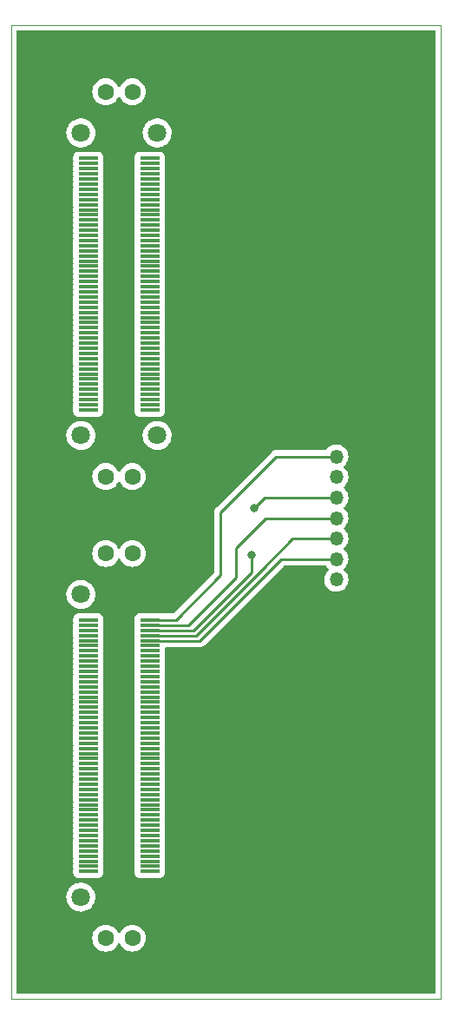
<source format=gbr>
%TF.GenerationSoftware,KiCad,Pcbnew,(6.0.6)*%
%TF.CreationDate,2023-01-26T13:55:41-05:00*%
%TF.ProjectId,TURFIO_RACK_Flex_PCB_Breakout,54555246-494f-45f5-9241-434b5f466c65,rev?*%
%TF.SameCoordinates,Original*%
%TF.FileFunction,Copper,L1,Top*%
%TF.FilePolarity,Positive*%
%FSLAX46Y46*%
G04 Gerber Fmt 4.6, Leading zero omitted, Abs format (unit mm)*
G04 Created by KiCad (PCBNEW (6.0.6)) date 2023-01-26 13:55:41*
%MOMM*%
%LPD*%
G01*
G04 APERTURE LIST*
%TA.AperFunction,Profile*%
%ADD10C,0.100000*%
%TD*%
%TA.AperFunction,SMDPad,CuDef*%
%ADD11R,1.905000X0.304800*%
%TD*%
%TA.AperFunction,ComponentPad*%
%ADD12C,1.803400*%
%TD*%
%TA.AperFunction,ComponentPad*%
%ADD13C,1.600200*%
%TD*%
%TA.AperFunction,ComponentPad*%
%ADD14R,1.350000X1.350000*%
%TD*%
%TA.AperFunction,ComponentPad*%
%ADD15O,1.350000X1.350000*%
%TD*%
%TA.AperFunction,ViaPad*%
%ADD16C,0.800000*%
%TD*%
%TA.AperFunction,Conductor*%
%ADD17C,0.250000*%
%TD*%
G04 APERTURE END LIST*
D10*
X74510000Y-51560000D02*
X116440000Y-51560000D01*
X116440000Y-51560000D02*
X116440000Y-146520000D01*
X116440000Y-146520000D02*
X74510000Y-146520000D01*
X74510000Y-146520000D02*
X74510000Y-51560000D01*
D11*
%TO.P,J1,1*%
%TO.N,unconnected-(J1-Pad1)*%
X82022150Y-64574799D03*
%TO.P,J1,2*%
%TO.N,unconnected-(J1-Pad2)*%
X82022150Y-65074801D03*
%TO.P,J1,3*%
%TO.N,unconnected-(J1-Pad3)*%
X82022150Y-65574800D03*
%TO.P,J1,4*%
%TO.N,unconnected-(J1-Pad4)*%
X82022150Y-66074799D03*
%TO.P,J1,5*%
%TO.N,unconnected-(J1-Pad5)*%
X82022150Y-66574800D03*
%TO.P,J1,6*%
%TO.N,unconnected-(J1-Pad6)*%
X82022150Y-67074799D03*
%TO.P,J1,7*%
%TO.N,unconnected-(J1-Pad7)*%
X82022150Y-67574801D03*
%TO.P,J1,8*%
%TO.N,unconnected-(J1-Pad8)*%
X82022150Y-68074800D03*
%TO.P,J1,9*%
%TO.N,unconnected-(J1-Pad9)*%
X82022150Y-68574799D03*
%TO.P,J1,10*%
%TO.N,unconnected-(J1-Pad10)*%
X82022150Y-69074800D03*
%TO.P,J1,11*%
%TO.N,unconnected-(J1-Pad11)*%
X82022150Y-69574799D03*
%TO.P,J1,12*%
%TO.N,unconnected-(J1-Pad12)*%
X82022150Y-70074801D03*
%TO.P,J1,13*%
%TO.N,unconnected-(J1-Pad13)*%
X82022150Y-70574800D03*
%TO.P,J1,14*%
%TO.N,unconnected-(J1-Pad14)*%
X82022150Y-71074799D03*
%TO.P,J1,15*%
%TO.N,unconnected-(J1-Pad15)*%
X82022150Y-71574800D03*
%TO.P,J1,16*%
%TO.N,unconnected-(J1-Pad16)*%
X82022150Y-72074799D03*
%TO.P,J1,17*%
%TO.N,unconnected-(J1-Pad17)*%
X82022150Y-72574801D03*
%TO.P,J1,18*%
%TO.N,unconnected-(J1-Pad18)*%
X82022150Y-73074800D03*
%TO.P,J1,19*%
%TO.N,unconnected-(J1-Pad19)*%
X82022150Y-73574799D03*
%TO.P,J1,20*%
%TO.N,unconnected-(J1-Pad20)*%
X82022150Y-74074800D03*
%TO.P,J1,21*%
%TO.N,unconnected-(J1-Pad21)*%
X82022150Y-74574799D03*
%TO.P,J1,22*%
%TO.N,unconnected-(J1-Pad22)*%
X82022150Y-75074801D03*
%TO.P,J1,23*%
%TO.N,unconnected-(J1-Pad23)*%
X82022150Y-75574800D03*
%TO.P,J1,24*%
%TO.N,unconnected-(J1-Pad24)*%
X82022150Y-76074799D03*
%TO.P,J1,25*%
%TO.N,unconnected-(J1-Pad25)*%
X82022150Y-76574800D03*
%TO.P,J1,26*%
%TO.N,unconnected-(J1-Pad26)*%
X82022150Y-77074800D03*
%TO.P,J1,27*%
%TO.N,unconnected-(J1-Pad27)*%
X82022150Y-77574798D03*
%TO.P,J1,28*%
%TO.N,unconnected-(J1-Pad28)*%
X82022150Y-78074800D03*
%TO.P,J1,29*%
%TO.N,unconnected-(J1-Pad29)*%
X82022150Y-78574799D03*
%TO.P,J1,30*%
%TO.N,unconnected-(J1-Pad30)*%
X82022150Y-79074801D03*
%TO.P,J1,31*%
%TO.N,unconnected-(J1-Pad31)*%
X82022150Y-79574800D03*
%TO.P,J1,32*%
%TO.N,unconnected-(J1-Pad32)*%
X82022150Y-80074799D03*
%TO.P,J1,33*%
%TO.N,unconnected-(J1-Pad33)*%
X82022150Y-80574800D03*
%TO.P,J1,34*%
%TO.N,unconnected-(J1-Pad34)*%
X82022150Y-81074799D03*
%TO.P,J1,35*%
%TO.N,unconnected-(J1-Pad35)*%
X82022150Y-81574801D03*
%TO.P,J1,36*%
%TO.N,unconnected-(J1-Pad36)*%
X82022150Y-82074800D03*
%TO.P,J1,37*%
%TO.N,unconnected-(J1-Pad37)*%
X82022150Y-82574799D03*
%TO.P,J1,38*%
%TO.N,unconnected-(J1-Pad38)*%
X82022150Y-83074800D03*
%TO.P,J1,39*%
%TO.N,unconnected-(J1-Pad39)*%
X82022150Y-83574799D03*
%TO.P,J1,40*%
%TO.N,unconnected-(J1-Pad40)*%
X82022150Y-84074801D03*
%TO.P,J1,41*%
%TO.N,unconnected-(J1-Pad41)*%
X82022150Y-84574800D03*
%TO.P,J1,42*%
%TO.N,unconnected-(J1-Pad42)*%
X82022150Y-85074799D03*
%TO.P,J1,43*%
%TO.N,unconnected-(J1-Pad43)*%
X82022150Y-85574800D03*
%TO.P,J1,44*%
%TO.N,unconnected-(J1-Pad44)*%
X82022150Y-86074799D03*
%TO.P,J1,45*%
%TO.N,unconnected-(J1-Pad45)*%
X82022150Y-86574801D03*
%TO.P,J1,46*%
%TO.N,unconnected-(J1-Pad46)*%
X82022150Y-87074800D03*
%TO.P,J1,47*%
%TO.N,unconnected-(J1-Pad47)*%
X82022150Y-87574799D03*
%TO.P,J1,48*%
%TO.N,unconnected-(J1-Pad48)*%
X82022150Y-88074800D03*
%TO.P,J1,49*%
%TO.N,unconnected-(J1-Pad49)*%
X82022150Y-88574799D03*
%TO.P,J1,50*%
%TO.N,unconnected-(J1-Pad50)*%
X82022150Y-89074801D03*
%TO.P,J1,51*%
%TO.N,unconnected-(J1-Pad51)*%
X88022154Y-64574799D03*
%TO.P,J1,52*%
%TO.N,unconnected-(J1-Pad52)*%
X88022154Y-65074801D03*
%TO.P,J1,53*%
%TO.N,unconnected-(J1-Pad53)*%
X88022154Y-65574800D03*
%TO.P,J1,54*%
%TO.N,unconnected-(J1-Pad54)*%
X88022154Y-66074799D03*
%TO.P,J1,55*%
%TO.N,unconnected-(J1-Pad55)*%
X88022154Y-66574800D03*
%TO.P,J1,56*%
%TO.N,unconnected-(J1-Pad56)*%
X88022154Y-67074799D03*
%TO.P,J1,57*%
%TO.N,unconnected-(J1-Pad57)*%
X88022154Y-67574801D03*
%TO.P,J1,58*%
%TO.N,unconnected-(J1-Pad58)*%
X88022154Y-68074800D03*
%TO.P,J1,59*%
%TO.N,unconnected-(J1-Pad59)*%
X88022154Y-68574799D03*
%TO.P,J1,60*%
%TO.N,unconnected-(J1-Pad60)*%
X88022154Y-69074800D03*
%TO.P,J1,61*%
%TO.N,unconnected-(J1-Pad61)*%
X88022154Y-69574799D03*
%TO.P,J1,62*%
%TO.N,unconnected-(J1-Pad62)*%
X88022154Y-70074801D03*
%TO.P,J1,63*%
%TO.N,unconnected-(J1-Pad63)*%
X88022154Y-70574800D03*
%TO.P,J1,64*%
%TO.N,unconnected-(J1-Pad64)*%
X88022154Y-71074799D03*
%TO.P,J1,65*%
%TO.N,unconnected-(J1-Pad65)*%
X88022154Y-71574800D03*
%TO.P,J1,66*%
%TO.N,unconnected-(J1-Pad66)*%
X88022154Y-72074799D03*
%TO.P,J1,67*%
%TO.N,unconnected-(J1-Pad67)*%
X88022154Y-72574801D03*
%TO.P,J1,68*%
%TO.N,unconnected-(J1-Pad68)*%
X88022154Y-73074800D03*
%TO.P,J1,69*%
%TO.N,unconnected-(J1-Pad69)*%
X88022154Y-73574799D03*
%TO.P,J1,70*%
%TO.N,unconnected-(J1-Pad70)*%
X88022154Y-74074800D03*
%TO.P,J1,71*%
%TO.N,unconnected-(J1-Pad71)*%
X88022154Y-74574799D03*
%TO.P,J1,72*%
%TO.N,unconnected-(J1-Pad72)*%
X88022154Y-75074801D03*
%TO.P,J1,73*%
%TO.N,unconnected-(J1-Pad73)*%
X88022154Y-75574800D03*
%TO.P,J1,74*%
%TO.N,unconnected-(J1-Pad74)*%
X88022154Y-76074799D03*
%TO.P,J1,75*%
%TO.N,unconnected-(J1-Pad75)*%
X88022154Y-76574800D03*
%TO.P,J1,76*%
%TO.N,unconnected-(J1-Pad76)*%
X88022154Y-77074800D03*
%TO.P,J1,77*%
%TO.N,unconnected-(J1-Pad77)*%
X88022154Y-77574798D03*
%TO.P,J1,78*%
%TO.N,unconnected-(J1-Pad78)*%
X88022154Y-78074800D03*
%TO.P,J1,79*%
%TO.N,unconnected-(J1-Pad79)*%
X88022154Y-78574799D03*
%TO.P,J1,80*%
%TO.N,unconnected-(J1-Pad80)*%
X88022154Y-79074801D03*
%TO.P,J1,81*%
%TO.N,unconnected-(J1-Pad81)*%
X88022154Y-79574800D03*
%TO.P,J1,82*%
%TO.N,unconnected-(J1-Pad82)*%
X88022154Y-80074799D03*
%TO.P,J1,83*%
%TO.N,unconnected-(J1-Pad83)*%
X88022154Y-80574800D03*
%TO.P,J1,84*%
%TO.N,unconnected-(J1-Pad84)*%
X88022154Y-81074799D03*
%TO.P,J1,85*%
%TO.N,unconnected-(J1-Pad85)*%
X88022154Y-81574801D03*
%TO.P,J1,86*%
%TO.N,unconnected-(J1-Pad86)*%
X88022154Y-82074800D03*
%TO.P,J1,87*%
%TO.N,unconnected-(J1-Pad87)*%
X88022154Y-82574799D03*
%TO.P,J1,88*%
%TO.N,unconnected-(J1-Pad88)*%
X88022154Y-83074800D03*
%TO.P,J1,89*%
%TO.N,unconnected-(J1-Pad89)*%
X88022154Y-83574799D03*
%TO.P,J1,90*%
%TO.N,unconnected-(J1-Pad90)*%
X88022154Y-84074801D03*
%TO.P,J1,91*%
%TO.N,unconnected-(J1-Pad91)*%
X88022154Y-84574800D03*
%TO.P,J1,92*%
%TO.N,unconnected-(J1-Pad92)*%
X88022154Y-85074799D03*
%TO.P,J1,93*%
%TO.N,unconnected-(J1-Pad93)*%
X88022154Y-85574800D03*
%TO.P,J1,94*%
%TO.N,unconnected-(J1-Pad94)*%
X88022154Y-86074799D03*
%TO.P,J1,95*%
%TO.N,unconnected-(J1-Pad95)*%
X88022154Y-86574801D03*
%TO.P,J1,96*%
%TO.N,unconnected-(J1-Pad96)*%
X88022154Y-87074800D03*
%TO.P,J1,97*%
%TO.N,unconnected-(J1-Pad97)*%
X88022154Y-87574799D03*
%TO.P,J1,98*%
%TO.N,unconnected-(J1-Pad98)*%
X88022154Y-88074800D03*
%TO.P,J1,99*%
%TO.N,unconnected-(J1-Pad99)*%
X88022154Y-88574799D03*
%TO.P,J1,100*%
%TO.N,unconnected-(J1-Pad100)*%
X88022154Y-89074801D03*
D12*
%TO.P,J1,101,P1*%
%TO.N,unconnected-(J1-Pad101)*%
X81297153Y-62074804D03*
%TO.P,J1,102,P2*%
%TO.N,unconnected-(J1-Pad102)*%
X81297153Y-91574796D03*
%TO.P,J1,103,P3*%
%TO.N,unconnected-(J1-Pad103)*%
X88747151Y-62074804D03*
%TO.P,J1,104,P4*%
%TO.N,unconnected-(J1-Pad104)*%
X88747151Y-91574796D03*
D13*
%TO.P,J1,105,MH1*%
%TO.N,unconnected-(J1-Pad105)*%
X86322152Y-58074799D03*
%TO.P,J1,106,MH2*%
%TO.N,unconnected-(J1-Pad106)*%
X86322152Y-95574801D03*
%TO.P,J1,107,MH3*%
%TO.N,unconnected-(J1-Pad107)*%
X83722152Y-58074799D03*
%TO.P,J1,108,MH4*%
%TO.N,unconnected-(J1-Pad108)*%
X83722152Y-95574801D03*
%TD*%
D11*
%TO.P,J2,1*%
%TO.N,unconnected-(J2-Pad1)*%
X82022150Y-109574799D03*
%TO.P,J2,2*%
%TO.N,unconnected-(J2-Pad2)*%
X82022150Y-110074801D03*
%TO.P,J2,3*%
%TO.N,unconnected-(J2-Pad3)*%
X82022150Y-110574800D03*
%TO.P,J2,4*%
%TO.N,unconnected-(J2-Pad4)*%
X82022150Y-111074799D03*
%TO.P,J2,5*%
%TO.N,unconnected-(J2-Pad5)*%
X82022150Y-111574800D03*
%TO.P,J2,6*%
%TO.N,unconnected-(J2-Pad6)*%
X82022150Y-112074799D03*
%TO.P,J2,7*%
%TO.N,unconnected-(J2-Pad7)*%
X82022150Y-112574801D03*
%TO.P,J2,8*%
%TO.N,unconnected-(J2-Pad8)*%
X82022150Y-113074800D03*
%TO.P,J2,9*%
%TO.N,unconnected-(J2-Pad9)*%
X82022150Y-113574799D03*
%TO.P,J2,10*%
%TO.N,unconnected-(J2-Pad10)*%
X82022150Y-114074800D03*
%TO.P,J2,11*%
%TO.N,unconnected-(J2-Pad11)*%
X82022150Y-114574799D03*
%TO.P,J2,12*%
%TO.N,unconnected-(J2-Pad12)*%
X82022150Y-115074801D03*
%TO.P,J2,13*%
%TO.N,unconnected-(J2-Pad13)*%
X82022150Y-115574800D03*
%TO.P,J2,14*%
%TO.N,unconnected-(J2-Pad14)*%
X82022150Y-116074799D03*
%TO.P,J2,15*%
%TO.N,unconnected-(J2-Pad15)*%
X82022150Y-116574800D03*
%TO.P,J2,16*%
%TO.N,unconnected-(J2-Pad16)*%
X82022150Y-117074799D03*
%TO.P,J2,17*%
%TO.N,unconnected-(J2-Pad17)*%
X82022150Y-117574801D03*
%TO.P,J2,18*%
%TO.N,unconnected-(J2-Pad18)*%
X82022150Y-118074800D03*
%TO.P,J2,19*%
%TO.N,unconnected-(J2-Pad19)*%
X82022150Y-118574799D03*
%TO.P,J2,20*%
%TO.N,unconnected-(J2-Pad20)*%
X82022150Y-119074800D03*
%TO.P,J2,21*%
%TO.N,unconnected-(J2-Pad21)*%
X82022150Y-119574799D03*
%TO.P,J2,22*%
%TO.N,unconnected-(J2-Pad22)*%
X82022150Y-120074801D03*
%TO.P,J2,23*%
%TO.N,unconnected-(J2-Pad23)*%
X82022150Y-120574800D03*
%TO.P,J2,24*%
%TO.N,unconnected-(J2-Pad24)*%
X82022150Y-121074799D03*
%TO.P,J2,25*%
%TO.N,unconnected-(J2-Pad25)*%
X82022150Y-121574800D03*
%TO.P,J2,26*%
%TO.N,unconnected-(J2-Pad26)*%
X82022150Y-122074800D03*
%TO.P,J2,27*%
%TO.N,unconnected-(J2-Pad27)*%
X82022150Y-122574798D03*
%TO.P,J2,28*%
%TO.N,unconnected-(J2-Pad28)*%
X82022150Y-123074800D03*
%TO.P,J2,29*%
%TO.N,unconnected-(J2-Pad29)*%
X82022150Y-123574799D03*
%TO.P,J2,30*%
%TO.N,unconnected-(J2-Pad30)*%
X82022150Y-124074801D03*
%TO.P,J2,31*%
%TO.N,unconnected-(J2-Pad31)*%
X82022150Y-124574800D03*
%TO.P,J2,32*%
%TO.N,unconnected-(J2-Pad32)*%
X82022150Y-125074799D03*
%TO.P,J2,33*%
%TO.N,unconnected-(J2-Pad33)*%
X82022150Y-125574800D03*
%TO.P,J2,34*%
%TO.N,unconnected-(J2-Pad34)*%
X82022150Y-126074799D03*
%TO.P,J2,35*%
%TO.N,unconnected-(J2-Pad35)*%
X82022150Y-126574801D03*
%TO.P,J2,36*%
%TO.N,unconnected-(J2-Pad36)*%
X82022150Y-127074800D03*
%TO.P,J2,37*%
%TO.N,unconnected-(J2-Pad37)*%
X82022150Y-127574799D03*
%TO.P,J2,38*%
%TO.N,unconnected-(J2-Pad38)*%
X82022150Y-128074800D03*
%TO.P,J2,39*%
%TO.N,unconnected-(J2-Pad39)*%
X82022150Y-128574799D03*
%TO.P,J2,40*%
%TO.N,unconnected-(J2-Pad40)*%
X82022150Y-129074801D03*
%TO.P,J2,41*%
%TO.N,unconnected-(J2-Pad41)*%
X82022150Y-129574800D03*
%TO.P,J2,42*%
%TO.N,unconnected-(J2-Pad42)*%
X82022150Y-130074799D03*
%TO.P,J2,43*%
%TO.N,unconnected-(J2-Pad43)*%
X82022150Y-130574800D03*
%TO.P,J2,44*%
%TO.N,unconnected-(J2-Pad44)*%
X82022150Y-131074799D03*
%TO.P,J2,45*%
%TO.N,unconnected-(J2-Pad45)*%
X82022150Y-131574801D03*
%TO.P,J2,46*%
%TO.N,unconnected-(J2-Pad46)*%
X82022150Y-132074800D03*
%TO.P,J2,47*%
%TO.N,unconnected-(J2-Pad47)*%
X82022150Y-132574799D03*
%TO.P,J2,48*%
%TO.N,unconnected-(J2-Pad48)*%
X82022150Y-133074800D03*
%TO.P,J2,49*%
%TO.N,unconnected-(J2-Pad49)*%
X82022150Y-133574799D03*
%TO.P,J2,50*%
%TO.N,unconnected-(J2-Pad50)*%
X82022150Y-134074801D03*
%TO.P,J2,51*%
%TO.N,/T~CTRL*%
X88022154Y-109574799D03*
%TO.P,J2,52*%
%TO.N,/TTDI*%
X88022154Y-110074801D03*
%TO.P,J2,53*%
%TO.N,/TTDO*%
X88022154Y-110574800D03*
%TO.P,J2,54*%
%TO.N,/TTCK*%
X88022154Y-111074799D03*
%TO.P,J2,55*%
%TO.N,/TTMS*%
X88022154Y-111574800D03*
%TO.P,J2,56*%
%TO.N,unconnected-(J2-Pad56)*%
X88022154Y-112074799D03*
%TO.P,J2,57*%
%TO.N,unconnected-(J2-Pad57)*%
X88022154Y-112574801D03*
%TO.P,J2,58*%
%TO.N,unconnected-(J2-Pad58)*%
X88022154Y-113074800D03*
%TO.P,J2,59*%
%TO.N,unconnected-(J2-Pad59)*%
X88022154Y-113574799D03*
%TO.P,J2,60*%
%TO.N,unconnected-(J2-Pad60)*%
X88022154Y-114074800D03*
%TO.P,J2,61*%
%TO.N,unconnected-(J2-Pad61)*%
X88022154Y-114574799D03*
%TO.P,J2,62*%
%TO.N,unconnected-(J2-Pad62)*%
X88022154Y-115074801D03*
%TO.P,J2,63*%
%TO.N,unconnected-(J2-Pad63)*%
X88022154Y-115574800D03*
%TO.P,J2,64*%
%TO.N,unconnected-(J2-Pad64)*%
X88022154Y-116074799D03*
%TO.P,J2,65*%
%TO.N,unconnected-(J2-Pad65)*%
X88022154Y-116574800D03*
%TO.P,J2,66*%
%TO.N,unconnected-(J2-Pad66)*%
X88022154Y-117074799D03*
%TO.P,J2,67*%
%TO.N,unconnected-(J2-Pad67)*%
X88022154Y-117574801D03*
%TO.P,J2,68*%
%TO.N,unconnected-(J2-Pad68)*%
X88022154Y-118074800D03*
%TO.P,J2,69*%
%TO.N,unconnected-(J2-Pad69)*%
X88022154Y-118574799D03*
%TO.P,J2,70*%
%TO.N,unconnected-(J2-Pad70)*%
X88022154Y-119074800D03*
%TO.P,J2,71*%
%TO.N,unconnected-(J2-Pad71)*%
X88022154Y-119574799D03*
%TO.P,J2,72*%
%TO.N,unconnected-(J2-Pad72)*%
X88022154Y-120074801D03*
%TO.P,J2,73*%
%TO.N,unconnected-(J2-Pad73)*%
X88022154Y-120574800D03*
%TO.P,J2,74*%
%TO.N,unconnected-(J2-Pad74)*%
X88022154Y-121074799D03*
%TO.P,J2,75*%
%TO.N,unconnected-(J2-Pad75)*%
X88022154Y-121574800D03*
%TO.P,J2,76*%
%TO.N,unconnected-(J2-Pad76)*%
X88022154Y-122074800D03*
%TO.P,J2,77*%
%TO.N,unconnected-(J2-Pad77)*%
X88022154Y-122574798D03*
%TO.P,J2,78*%
%TO.N,unconnected-(J2-Pad78)*%
X88022154Y-123074800D03*
%TO.P,J2,79*%
%TO.N,unconnected-(J2-Pad79)*%
X88022154Y-123574799D03*
%TO.P,J2,80*%
%TO.N,unconnected-(J2-Pad80)*%
X88022154Y-124074801D03*
%TO.P,J2,81*%
%TO.N,unconnected-(J2-Pad81)*%
X88022154Y-124574800D03*
%TO.P,J2,82*%
%TO.N,unconnected-(J2-Pad82)*%
X88022154Y-125074799D03*
%TO.P,J2,83*%
%TO.N,unconnected-(J2-Pad83)*%
X88022154Y-125574800D03*
%TO.P,J2,84*%
%TO.N,unconnected-(J2-Pad84)*%
X88022154Y-126074799D03*
%TO.P,J2,85*%
%TO.N,unconnected-(J2-Pad85)*%
X88022154Y-126574801D03*
%TO.P,J2,86*%
%TO.N,unconnected-(J2-Pad86)*%
X88022154Y-127074800D03*
%TO.P,J2,87*%
%TO.N,unconnected-(J2-Pad87)*%
X88022154Y-127574799D03*
%TO.P,J2,88*%
%TO.N,unconnected-(J2-Pad88)*%
X88022154Y-128074800D03*
%TO.P,J2,89*%
%TO.N,unconnected-(J2-Pad89)*%
X88022154Y-128574799D03*
%TO.P,J2,90*%
%TO.N,unconnected-(J2-Pad90)*%
X88022154Y-129074801D03*
%TO.P,J2,91*%
%TO.N,unconnected-(J2-Pad91)*%
X88022154Y-129574800D03*
%TO.P,J2,92*%
%TO.N,unconnected-(J2-Pad92)*%
X88022154Y-130074799D03*
%TO.P,J2,93*%
%TO.N,unconnected-(J2-Pad93)*%
X88022154Y-130574800D03*
%TO.P,J2,94*%
%TO.N,unconnected-(J2-Pad94)*%
X88022154Y-131074799D03*
%TO.P,J2,95*%
%TO.N,unconnected-(J2-Pad95)*%
X88022154Y-131574801D03*
%TO.P,J2,96*%
%TO.N,unconnected-(J2-Pad96)*%
X88022154Y-132074800D03*
%TO.P,J2,97*%
%TO.N,unconnected-(J2-Pad97)*%
X88022154Y-132574799D03*
%TO.P,J2,98*%
%TO.N,unconnected-(J2-Pad98)*%
X88022154Y-133074800D03*
%TO.P,J2,99*%
%TO.N,unconnected-(J2-Pad99)*%
X88022154Y-133574799D03*
%TO.P,J2,100*%
%TO.N,unconnected-(J2-Pad100)*%
X88022154Y-134074801D03*
D12*
%TO.P,J2,101,P1*%
%TO.N,unconnected-(J2-Pad101)*%
X81297153Y-107074804D03*
%TO.P,J2,102,P2*%
%TO.N,unconnected-(J2-Pad102)*%
X81297153Y-136574796D03*
%TO.P,J2,103,P3*%
%TO.N,GND*%
X88747151Y-107074804D03*
%TO.P,J2,104,P4*%
X88747151Y-136574796D03*
D13*
%TO.P,J2,105,MH1*%
%TO.N,unconnected-(J2-Pad105)*%
X86322152Y-103074799D03*
%TO.P,J2,106,MH2*%
%TO.N,unconnected-(J2-Pad106)*%
X86322152Y-140574801D03*
%TO.P,J2,107,MH3*%
%TO.N,unconnected-(J2-Pad107)*%
X83722152Y-103074799D03*
%TO.P,J2,108,MH4*%
%TO.N,unconnected-(J2-Pad108)*%
X83722152Y-140574801D03*
%TD*%
D14*
%TO.P,J3,1,Pin_1*%
%TO.N,GND*%
X108230000Y-105630000D03*
D15*
%TO.P,J3,2,Pin_2*%
%TO.N,unconnected-(J3-Pad2)*%
X106230000Y-105630000D03*
%TO.P,J3,3,Pin_3*%
%TO.N,GND*%
X108230000Y-103630000D03*
%TO.P,J3,4,Pin_4*%
%TO.N,/TTMS*%
X106230000Y-103630000D03*
%TO.P,J3,5,Pin_5*%
%TO.N,GND*%
X108230000Y-101630000D03*
%TO.P,J3,6,Pin_6*%
%TO.N,/TTCK*%
X106230000Y-101630000D03*
%TO.P,J3,7,Pin_7*%
%TO.N,GND*%
X108230000Y-99630000D03*
%TO.P,J3,8,Pin_8*%
%TO.N,/TTDI*%
X106230000Y-99630000D03*
%TO.P,J3,9,Pin_9*%
%TO.N,GND*%
X108230000Y-97630000D03*
%TO.P,J3,10,Pin_10*%
%TO.N,/TTDO*%
X106230000Y-97630000D03*
%TO.P,J3,11,Pin_11*%
%TO.N,GND*%
X108230000Y-95630000D03*
%TO.P,J3,12,Pin_12*%
%TO.N,unconnected-(J3-Pad12)*%
X106230000Y-95630000D03*
%TO.P,J3,13,Pin_13*%
%TO.N,GND*%
X108230000Y-93630000D03*
%TO.P,J3,14,Pin_14*%
%TO.N,/T~CTRL*%
X106230000Y-93630000D03*
%TD*%
D16*
%TO.N,/TTDO*%
X98200000Y-98620000D03*
X97950000Y-103210000D03*
%TD*%
D17*
%TO.N,/T~CTRL*%
X94930000Y-105210000D02*
X94930000Y-99070000D01*
X100370000Y-93630000D02*
X106230000Y-93630000D01*
X90565201Y-109574799D02*
X94930000Y-105210000D01*
X88022154Y-109574799D02*
X90565201Y-109574799D01*
X94930000Y-99070000D02*
X100370000Y-93630000D01*
%TO.N,/TTDI*%
X99310000Y-99630000D02*
X106230000Y-99630000D01*
X96420000Y-102520000D02*
X99310000Y-99630000D01*
X88022154Y-110074801D02*
X91765199Y-110074801D01*
X91765199Y-110074801D02*
X96420000Y-105420000D01*
X96420000Y-105420000D02*
X96420000Y-102520000D01*
%TO.N,/TTDO*%
X97950000Y-104910000D02*
X97950000Y-103210000D01*
X96750000Y-106110000D02*
X97950000Y-104910000D01*
X92285200Y-110574800D02*
X96750000Y-106110000D01*
X99190000Y-97630000D02*
X106230000Y-97630000D01*
X98200000Y-98620000D02*
X99190000Y-97630000D01*
X88022154Y-110574800D02*
X92285200Y-110574800D01*
%TO.N,/TTCK*%
X98940000Y-104670000D02*
X101980000Y-101630000D01*
X98940000Y-104690000D02*
X98940000Y-104670000D01*
X92555201Y-111074799D02*
X98940000Y-104690000D01*
X88022154Y-111074799D02*
X92555201Y-111074799D01*
X101980000Y-101630000D02*
X106230000Y-101630000D01*
%TO.N,/TTMS*%
X88022154Y-111574800D02*
X92895200Y-111574800D01*
X92895200Y-111574800D02*
X100840000Y-103630000D01*
X100840000Y-103630000D02*
X106230000Y-103630000D01*
%TD*%
%TA.AperFunction,Conductor*%
%TO.N,GND*%
G36*
X115873621Y-52088502D02*
G01*
X115920114Y-52142158D01*
X115931500Y-52194500D01*
X115931500Y-145885500D01*
X115911498Y-145953621D01*
X115857842Y-146000114D01*
X115805500Y-146011500D01*
X75144500Y-146011500D01*
X75076379Y-145991498D01*
X75029886Y-145937842D01*
X75018500Y-145885500D01*
X75018500Y-140574801D01*
X82408553Y-140574801D01*
X82428510Y-140802905D01*
X82487773Y-141024078D01*
X82490095Y-141029059D01*
X82490096Y-141029060D01*
X82582216Y-141226613D01*
X82582219Y-141226618D01*
X82584542Y-141231600D01*
X82715877Y-141419166D01*
X82877787Y-141581076D01*
X83065352Y-141712411D01*
X83070334Y-141714734D01*
X83070339Y-141714737D01*
X83267893Y-141806857D01*
X83272875Y-141809180D01*
X83278183Y-141810602D01*
X83278185Y-141810603D01*
X83488733Y-141867019D01*
X83488735Y-141867019D01*
X83494048Y-141868443D01*
X83722152Y-141888400D01*
X83950256Y-141868443D01*
X83955569Y-141867019D01*
X83955571Y-141867019D01*
X84166119Y-141810603D01*
X84166121Y-141810602D01*
X84171429Y-141809180D01*
X84176411Y-141806857D01*
X84373965Y-141714737D01*
X84373970Y-141714734D01*
X84378952Y-141712411D01*
X84566517Y-141581076D01*
X84728427Y-141419166D01*
X84859762Y-141231600D01*
X84862085Y-141226618D01*
X84862088Y-141226613D01*
X84907957Y-141128245D01*
X84954874Y-141074960D01*
X85023151Y-141055499D01*
X85091111Y-141076041D01*
X85136347Y-141128245D01*
X85182216Y-141226613D01*
X85182219Y-141226618D01*
X85184542Y-141231600D01*
X85315877Y-141419166D01*
X85477787Y-141581076D01*
X85665352Y-141712411D01*
X85670334Y-141714734D01*
X85670339Y-141714737D01*
X85867893Y-141806857D01*
X85872875Y-141809180D01*
X85878183Y-141810602D01*
X85878185Y-141810603D01*
X86088733Y-141867019D01*
X86088735Y-141867019D01*
X86094048Y-141868443D01*
X86322152Y-141888400D01*
X86550256Y-141868443D01*
X86555569Y-141867019D01*
X86555571Y-141867019D01*
X86766119Y-141810603D01*
X86766121Y-141810602D01*
X86771429Y-141809180D01*
X86776411Y-141806857D01*
X86973965Y-141714737D01*
X86973970Y-141714734D01*
X86978952Y-141712411D01*
X87166517Y-141581076D01*
X87328427Y-141419166D01*
X87459762Y-141231600D01*
X87462085Y-141226618D01*
X87462088Y-141226613D01*
X87554208Y-141029060D01*
X87554209Y-141029059D01*
X87556531Y-141024078D01*
X87615794Y-140802905D01*
X87635751Y-140574801D01*
X87615794Y-140346697D01*
X87556531Y-140125524D01*
X87541879Y-140094103D01*
X87462088Y-139922989D01*
X87462085Y-139922984D01*
X87459762Y-139918002D01*
X87328427Y-139730436D01*
X87166517Y-139568526D01*
X86978952Y-139437191D01*
X86973970Y-139434868D01*
X86973965Y-139434865D01*
X86776411Y-139342745D01*
X86776410Y-139342745D01*
X86771429Y-139340422D01*
X86766121Y-139339000D01*
X86766119Y-139338999D01*
X86555571Y-139282583D01*
X86555569Y-139282583D01*
X86550256Y-139281159D01*
X86322152Y-139261202D01*
X86094048Y-139281159D01*
X86088735Y-139282583D01*
X86088733Y-139282583D01*
X85878185Y-139338999D01*
X85878183Y-139339000D01*
X85872875Y-139340422D01*
X85867894Y-139342744D01*
X85867893Y-139342745D01*
X85670340Y-139434865D01*
X85670335Y-139434868D01*
X85665353Y-139437191D01*
X85660846Y-139440347D01*
X85660844Y-139440348D01*
X85482298Y-139565367D01*
X85482295Y-139565369D01*
X85477787Y-139568526D01*
X85315877Y-139730436D01*
X85184542Y-139918002D01*
X85182219Y-139922984D01*
X85182216Y-139922989D01*
X85136347Y-140021357D01*
X85089430Y-140074642D01*
X85021153Y-140094103D01*
X84953193Y-140073561D01*
X84907957Y-140021357D01*
X84862088Y-139922989D01*
X84862085Y-139922984D01*
X84859762Y-139918002D01*
X84728427Y-139730436D01*
X84566517Y-139568526D01*
X84378952Y-139437191D01*
X84373970Y-139434868D01*
X84373965Y-139434865D01*
X84176411Y-139342745D01*
X84176410Y-139342745D01*
X84171429Y-139340422D01*
X84166121Y-139339000D01*
X84166119Y-139338999D01*
X83955571Y-139282583D01*
X83955569Y-139282583D01*
X83950256Y-139281159D01*
X83722152Y-139261202D01*
X83494048Y-139281159D01*
X83488735Y-139282583D01*
X83488733Y-139282583D01*
X83278185Y-139338999D01*
X83278183Y-139339000D01*
X83272875Y-139340422D01*
X83267894Y-139342744D01*
X83267893Y-139342745D01*
X83070340Y-139434865D01*
X83070335Y-139434868D01*
X83065353Y-139437191D01*
X83060846Y-139440347D01*
X83060844Y-139440348D01*
X82882298Y-139565367D01*
X82882295Y-139565369D01*
X82877787Y-139568526D01*
X82715877Y-139730436D01*
X82584542Y-139918002D01*
X82582219Y-139922984D01*
X82582216Y-139922989D01*
X82502425Y-140094103D01*
X82487773Y-140125524D01*
X82428510Y-140346697D01*
X82408553Y-140574801D01*
X75018500Y-140574801D01*
X75018500Y-136540224D01*
X79882542Y-136540224D01*
X79895891Y-136771731D01*
X79946871Y-136997949D01*
X80034115Y-137212803D01*
X80155278Y-137410523D01*
X80307106Y-137585798D01*
X80485523Y-137733923D01*
X80489975Y-137736525D01*
X80489980Y-137736528D01*
X80681279Y-137848314D01*
X80685737Y-137850919D01*
X80902371Y-137933643D01*
X80907439Y-137934674D01*
X80907442Y-137934675D01*
X81019243Y-137957421D01*
X81129607Y-137979875D01*
X81134780Y-137980065D01*
X81134783Y-137980065D01*
X81356179Y-137988183D01*
X81356183Y-137988183D01*
X81361343Y-137988372D01*
X81366463Y-137987716D01*
X81366465Y-137987716D01*
X81437262Y-137978647D01*
X81591355Y-137958907D01*
X81596304Y-137957422D01*
X81596310Y-137957421D01*
X81808523Y-137893754D01*
X81813466Y-137892271D01*
X82021711Y-137790253D01*
X82105309Y-137730623D01*
X82206285Y-137658598D01*
X82206290Y-137658594D01*
X82210497Y-137655593D01*
X82374755Y-137491907D01*
X82510073Y-137303592D01*
X82552769Y-137217204D01*
X82610523Y-137100346D01*
X82610524Y-137100344D01*
X82612817Y-137095704D01*
X82644053Y-136992895D01*
X82678725Y-136878780D01*
X82678726Y-136878774D01*
X82680229Y-136873828D01*
X82710497Y-136643920D01*
X82712186Y-136574796D01*
X82705887Y-136498182D01*
X82693609Y-136348835D01*
X82693608Y-136348829D01*
X82693185Y-136343684D01*
X82636693Y-136118779D01*
X82544226Y-135906121D01*
X82418269Y-135711420D01*
X82390180Y-135680550D01*
X82265681Y-135543728D01*
X82265679Y-135543727D01*
X82262203Y-135539906D01*
X82258152Y-135536707D01*
X82258148Y-135536703D01*
X82084278Y-135399390D01*
X82080220Y-135396185D01*
X81877208Y-135284116D01*
X81758773Y-135242176D01*
X81663492Y-135208435D01*
X81663488Y-135208434D01*
X81658617Y-135206709D01*
X81653524Y-135205802D01*
X81653521Y-135205801D01*
X81435408Y-135166949D01*
X81435402Y-135166948D01*
X81430319Y-135166043D01*
X81341785Y-135164961D01*
X81203614Y-135163273D01*
X81203612Y-135163273D01*
X81198445Y-135163210D01*
X80969222Y-135198286D01*
X80748806Y-135270329D01*
X80744218Y-135272717D01*
X80744214Y-135272719D01*
X80547704Y-135375016D01*
X80543115Y-135377405D01*
X80538982Y-135380508D01*
X80538979Y-135380510D01*
X80361810Y-135513532D01*
X80357675Y-135516637D01*
X80197466Y-135684287D01*
X80066789Y-135875852D01*
X79969154Y-136086188D01*
X79907184Y-136309645D01*
X79882542Y-136540224D01*
X75018500Y-136540224D01*
X75018500Y-134275335D01*
X80561150Y-134275335D01*
X80567905Y-134337517D01*
X80619035Y-134473906D01*
X80706389Y-134590462D01*
X80822945Y-134677816D01*
X80959334Y-134728946D01*
X81021516Y-134735701D01*
X83022784Y-134735701D01*
X83084966Y-134728946D01*
X83221355Y-134677816D01*
X83337911Y-134590462D01*
X83425265Y-134473906D01*
X83476395Y-134337517D01*
X83483150Y-134275335D01*
X86561154Y-134275335D01*
X86567909Y-134337517D01*
X86619039Y-134473906D01*
X86706393Y-134590462D01*
X86822949Y-134677816D01*
X86959338Y-134728946D01*
X87021520Y-134735701D01*
X89022788Y-134735701D01*
X89084970Y-134728946D01*
X89221359Y-134677816D01*
X89337915Y-134590462D01*
X89425269Y-134473906D01*
X89476399Y-134337517D01*
X89483154Y-134275335D01*
X89483154Y-133874267D01*
X89479258Y-133838405D01*
X89479258Y-133811195D01*
X89483154Y-133775333D01*
X89483154Y-133374265D01*
X89482785Y-133370864D01*
X89479259Y-133338406D01*
X89479259Y-133311192D01*
X89482785Y-133278734D01*
X89482785Y-133278727D01*
X89483154Y-133275334D01*
X89483154Y-132874266D01*
X89479258Y-132838404D01*
X89479258Y-132811194D01*
X89483154Y-132775333D01*
X89483154Y-132374265D01*
X89482785Y-132370865D01*
X89479259Y-132338407D01*
X89479259Y-132311193D01*
X89482785Y-132278735D01*
X89482785Y-132278726D01*
X89483154Y-132275334D01*
X89483154Y-131874266D01*
X89482785Y-131870865D01*
X89479259Y-131838407D01*
X89479259Y-131811193D01*
X89482785Y-131778735D01*
X89482785Y-131778728D01*
X89483154Y-131775335D01*
X89483154Y-131374267D01*
X89479258Y-131338405D01*
X89479258Y-131311195D01*
X89483154Y-131275333D01*
X89483154Y-130874265D01*
X89482785Y-130870864D01*
X89479259Y-130838406D01*
X89479259Y-130811192D01*
X89482785Y-130778734D01*
X89482785Y-130778727D01*
X89483154Y-130775334D01*
X89483154Y-130374266D01*
X89479258Y-130338405D01*
X89479258Y-130311195D01*
X89483154Y-130275333D01*
X89483154Y-129874265D01*
X89482785Y-129870864D01*
X89479259Y-129838406D01*
X89479259Y-129811192D01*
X89482785Y-129778734D01*
X89482785Y-129778727D01*
X89483154Y-129775334D01*
X89483154Y-129374266D01*
X89482785Y-129370865D01*
X89479259Y-129338407D01*
X89479259Y-129311193D01*
X89482785Y-129278735D01*
X89482785Y-129278728D01*
X89483154Y-129275335D01*
X89483154Y-128874267D01*
X89479258Y-128838405D01*
X89479258Y-128811195D01*
X89483154Y-128775333D01*
X89483154Y-128374265D01*
X89482785Y-128370864D01*
X89479259Y-128338406D01*
X89479259Y-128311192D01*
X89482785Y-128278734D01*
X89482785Y-128278727D01*
X89483154Y-128275334D01*
X89483154Y-127874266D01*
X89479258Y-127838404D01*
X89479258Y-127811194D01*
X89483154Y-127775333D01*
X89483154Y-127374265D01*
X89482785Y-127370864D01*
X89479259Y-127338406D01*
X89479259Y-127311192D01*
X89482785Y-127278734D01*
X89482785Y-127278727D01*
X89483154Y-127275334D01*
X89483154Y-126874266D01*
X89482785Y-126870865D01*
X89479259Y-126838407D01*
X89479259Y-126811193D01*
X89482785Y-126778735D01*
X89482785Y-126778728D01*
X89483154Y-126775335D01*
X89483154Y-126374267D01*
X89479258Y-126338405D01*
X89479258Y-126311195D01*
X89483154Y-126275333D01*
X89483154Y-125874265D01*
X89482785Y-125870865D01*
X89479259Y-125838407D01*
X89479259Y-125811193D01*
X89482785Y-125778735D01*
X89482785Y-125778726D01*
X89483154Y-125775334D01*
X89483154Y-125374266D01*
X89479258Y-125338404D01*
X89479258Y-125311194D01*
X89483154Y-125275333D01*
X89483154Y-124874265D01*
X89482785Y-124870864D01*
X89479259Y-124838406D01*
X89479259Y-124811192D01*
X89482785Y-124778734D01*
X89482785Y-124778727D01*
X89483154Y-124775334D01*
X89483154Y-124374266D01*
X89482785Y-124370865D01*
X89479259Y-124338407D01*
X89479259Y-124311193D01*
X89482785Y-124278735D01*
X89482785Y-124278728D01*
X89483154Y-124275335D01*
X89483154Y-123874267D01*
X89479258Y-123838405D01*
X89479258Y-123811195D01*
X89483154Y-123775333D01*
X89483154Y-123374265D01*
X89482785Y-123370865D01*
X89479259Y-123338407D01*
X89479259Y-123311193D01*
X89482785Y-123278735D01*
X89482785Y-123278726D01*
X89483154Y-123275334D01*
X89483154Y-122874266D01*
X89479258Y-122838404D01*
X89479258Y-122811194D01*
X89483154Y-122775332D01*
X89483154Y-122374264D01*
X89482785Y-122370864D01*
X89479259Y-122338406D01*
X89479259Y-122311192D01*
X89482785Y-122278734D01*
X89482785Y-122278727D01*
X89483154Y-122275334D01*
X89483154Y-121874266D01*
X89479258Y-121838405D01*
X89479258Y-121811195D01*
X89483154Y-121775334D01*
X89483154Y-121374266D01*
X89479258Y-121338405D01*
X89479258Y-121311195D01*
X89483154Y-121275333D01*
X89483154Y-120874265D01*
X89482785Y-120870865D01*
X89479259Y-120838407D01*
X89479259Y-120811193D01*
X89482785Y-120778735D01*
X89482785Y-120778726D01*
X89483154Y-120775334D01*
X89483154Y-120374266D01*
X89482785Y-120370866D01*
X89479259Y-120338408D01*
X89479259Y-120311194D01*
X89482785Y-120278736D01*
X89482785Y-120278727D01*
X89483154Y-120275335D01*
X89483154Y-119874267D01*
X89479258Y-119838405D01*
X89479258Y-119811195D01*
X89483154Y-119775333D01*
X89483154Y-119374265D01*
X89482785Y-119370864D01*
X89479259Y-119338406D01*
X89479259Y-119311192D01*
X89482785Y-119278734D01*
X89482785Y-119278727D01*
X89483154Y-119275334D01*
X89483154Y-118874266D01*
X89479258Y-118838405D01*
X89479258Y-118811195D01*
X89483154Y-118775333D01*
X89483154Y-118374265D01*
X89482785Y-118370865D01*
X89479259Y-118338407D01*
X89479259Y-118311193D01*
X89482785Y-118278735D01*
X89482785Y-118278726D01*
X89483154Y-118275334D01*
X89483154Y-117874266D01*
X89482785Y-117870865D01*
X89479259Y-117838407D01*
X89479259Y-117811193D01*
X89482785Y-117778735D01*
X89482785Y-117778728D01*
X89483154Y-117775335D01*
X89483154Y-117374267D01*
X89479258Y-117338405D01*
X89479258Y-117311195D01*
X89483154Y-117275333D01*
X89483154Y-116874265D01*
X89482785Y-116870865D01*
X89479259Y-116838407D01*
X89479259Y-116811193D01*
X89482785Y-116778735D01*
X89482785Y-116778726D01*
X89483154Y-116775334D01*
X89483154Y-116374266D01*
X89479258Y-116338404D01*
X89479258Y-116311194D01*
X89483154Y-116275333D01*
X89483154Y-115874265D01*
X89482785Y-115870864D01*
X89479259Y-115838406D01*
X89479259Y-115811192D01*
X89482785Y-115778734D01*
X89482785Y-115778727D01*
X89483154Y-115775334D01*
X89483154Y-115374266D01*
X89482785Y-115370865D01*
X89479259Y-115338407D01*
X89479259Y-115311193D01*
X89482785Y-115278735D01*
X89482785Y-115278728D01*
X89483154Y-115275335D01*
X89483154Y-114874267D01*
X89479258Y-114838405D01*
X89479258Y-114811195D01*
X89483154Y-114775333D01*
X89483154Y-114374265D01*
X89482785Y-114370865D01*
X89479259Y-114338407D01*
X89479259Y-114311193D01*
X89482785Y-114278735D01*
X89482785Y-114278726D01*
X89483154Y-114275334D01*
X89483154Y-113874266D01*
X89479258Y-113838405D01*
X89479258Y-113811195D01*
X89483154Y-113775333D01*
X89483154Y-113374265D01*
X89482785Y-113370864D01*
X89479259Y-113338406D01*
X89479259Y-113311192D01*
X89482785Y-113278734D01*
X89482785Y-113278727D01*
X89483154Y-113275334D01*
X89483154Y-112874266D01*
X89482785Y-112870866D01*
X89479259Y-112838408D01*
X89479259Y-112811194D01*
X89482785Y-112778736D01*
X89482785Y-112778727D01*
X89483154Y-112775335D01*
X89483154Y-112374267D01*
X89480290Y-112347908D01*
X89492817Y-112278028D01*
X89541137Y-112226011D01*
X89605553Y-112208300D01*
X92816433Y-112208300D01*
X92827616Y-112208827D01*
X92835109Y-112210502D01*
X92843035Y-112210253D01*
X92843036Y-112210253D01*
X92903186Y-112208362D01*
X92907145Y-112208300D01*
X92935056Y-112208300D01*
X92938991Y-112207803D01*
X92939056Y-112207795D01*
X92950893Y-112206862D01*
X92983151Y-112205848D01*
X92987170Y-112205722D01*
X92995089Y-112205473D01*
X93014543Y-112199821D01*
X93033900Y-112195813D01*
X93046130Y-112194268D01*
X93046131Y-112194268D01*
X93053997Y-112193274D01*
X93061368Y-112190355D01*
X93061370Y-112190355D01*
X93095112Y-112176996D01*
X93106342Y-112173151D01*
X93141183Y-112163029D01*
X93141184Y-112163029D01*
X93148793Y-112160818D01*
X93155612Y-112156785D01*
X93155617Y-112156783D01*
X93166228Y-112150507D01*
X93183976Y-112141812D01*
X93202817Y-112134352D01*
X93238587Y-112108364D01*
X93248507Y-112101848D01*
X93279735Y-112083380D01*
X93279738Y-112083378D01*
X93286562Y-112079342D01*
X93300883Y-112065021D01*
X93315917Y-112052180D01*
X93325894Y-112044931D01*
X93332307Y-112040272D01*
X93360498Y-112006195D01*
X93368488Y-111997416D01*
X101065500Y-104300405D01*
X101127812Y-104266379D01*
X101154595Y-104263500D01*
X105163139Y-104263500D01*
X105231260Y-104283502D01*
X105266036Y-104316779D01*
X105326204Y-104401914D01*
X105330342Y-104405945D01*
X105469741Y-104541741D01*
X105504579Y-104603602D01*
X105500442Y-104674478D01*
X105464899Y-104726726D01*
X105367842Y-104811842D01*
X105364270Y-104816373D01*
X105248263Y-104963527D01*
X105233181Y-104982658D01*
X105131905Y-105175154D01*
X105130192Y-105180671D01*
X105081150Y-105338611D01*
X105067403Y-105382882D01*
X105041837Y-105598887D01*
X105056063Y-105815933D01*
X105057484Y-105821529D01*
X105057485Y-105821534D01*
X105106249Y-106013540D01*
X105109605Y-106026753D01*
X105200668Y-106224285D01*
X105326204Y-106401914D01*
X105482009Y-106553692D01*
X105662863Y-106674536D01*
X105668171Y-106676817D01*
X105668172Y-106676817D01*
X105857409Y-106758119D01*
X105857412Y-106758120D01*
X105862712Y-106760397D01*
X105868342Y-106761671D01*
X105966464Y-106783874D01*
X106074860Y-106808402D01*
X106080631Y-106808629D01*
X106080633Y-106808629D01*
X106153620Y-106811496D01*
X106292205Y-106816941D01*
X106507466Y-106785730D01*
X106512930Y-106783875D01*
X106512935Y-106783874D01*
X106707963Y-106717671D01*
X106707968Y-106717669D01*
X106713435Y-106715813D01*
X106903213Y-106609532D01*
X107070446Y-106470446D01*
X107209532Y-106303213D01*
X107315813Y-106113435D01*
X107317669Y-106107968D01*
X107317671Y-106107963D01*
X107383874Y-105912935D01*
X107383875Y-105912930D01*
X107385730Y-105907466D01*
X107416941Y-105692205D01*
X107418570Y-105630000D01*
X107398667Y-105413400D01*
X107391545Y-105388145D01*
X107341195Y-105209619D01*
X107339626Y-105204055D01*
X107243423Y-105008974D01*
X107113280Y-104834691D01*
X106991078Y-104721729D01*
X106954633Y-104660800D01*
X106956914Y-104589840D01*
X106996038Y-104532330D01*
X107066008Y-104474137D01*
X107070446Y-104470446D01*
X107209532Y-104303213D01*
X107315813Y-104113435D01*
X107317669Y-104107968D01*
X107317671Y-104107963D01*
X107383874Y-103912935D01*
X107383875Y-103912930D01*
X107385730Y-103907466D01*
X107416941Y-103692205D01*
X107418570Y-103630000D01*
X107398667Y-103413400D01*
X107339626Y-103204055D01*
X107243423Y-103008974D01*
X107113280Y-102834691D01*
X107055636Y-102781405D01*
X106991078Y-102721729D01*
X106954633Y-102660800D01*
X106956914Y-102589840D01*
X106996038Y-102532330D01*
X107034980Y-102499943D01*
X107070446Y-102470446D01*
X107209532Y-102303213D01*
X107294424Y-102151628D01*
X107312989Y-102118478D01*
X107312990Y-102118476D01*
X107315813Y-102113435D01*
X107317669Y-102107968D01*
X107317671Y-102107963D01*
X107383874Y-101912935D01*
X107383875Y-101912930D01*
X107385730Y-101907466D01*
X107416941Y-101692205D01*
X107418570Y-101630000D01*
X107398667Y-101413400D01*
X107339626Y-101204055D01*
X107252707Y-101027800D01*
X107245978Y-101014155D01*
X107243423Y-101008974D01*
X107235043Y-100997751D01*
X107116733Y-100839315D01*
X107116732Y-100839314D01*
X107113280Y-100834691D01*
X106991078Y-100721729D01*
X106954633Y-100660800D01*
X106956914Y-100589840D01*
X106996038Y-100532330D01*
X107066008Y-100474137D01*
X107070446Y-100470446D01*
X107209532Y-100303213D01*
X107315813Y-100113435D01*
X107317669Y-100107968D01*
X107317671Y-100107963D01*
X107383874Y-99912935D01*
X107383875Y-99912930D01*
X107385730Y-99907466D01*
X107416941Y-99692205D01*
X107418570Y-99630000D01*
X107398667Y-99413400D01*
X107339626Y-99204055D01*
X107243423Y-99008974D01*
X107235043Y-98997751D01*
X107116733Y-98839315D01*
X107116732Y-98839314D01*
X107113280Y-98834691D01*
X107086492Y-98809928D01*
X106991078Y-98721729D01*
X106954633Y-98660800D01*
X106956914Y-98589840D01*
X106996038Y-98532330D01*
X107066008Y-98474137D01*
X107070446Y-98470446D01*
X107209532Y-98303213D01*
X107315813Y-98113435D01*
X107317669Y-98107968D01*
X107317671Y-98107963D01*
X107383874Y-97912935D01*
X107383875Y-97912930D01*
X107385730Y-97907466D01*
X107416941Y-97692205D01*
X107418570Y-97630000D01*
X107398667Y-97413400D01*
X107339626Y-97204055D01*
X107252707Y-97027801D01*
X107245978Y-97014155D01*
X107243423Y-97008974D01*
X107138842Y-96868922D01*
X107116733Y-96839315D01*
X107116732Y-96839314D01*
X107113280Y-96834691D01*
X107085683Y-96809180D01*
X106991078Y-96721729D01*
X106954633Y-96660800D01*
X106956914Y-96589840D01*
X106996038Y-96532330D01*
X107066008Y-96474137D01*
X107070446Y-96470446D01*
X107209532Y-96303213D01*
X107315813Y-96113435D01*
X107317669Y-96107968D01*
X107317671Y-96107963D01*
X107383874Y-95912935D01*
X107383875Y-95912930D01*
X107385730Y-95907466D01*
X107416941Y-95692205D01*
X107418570Y-95630000D01*
X107398667Y-95413400D01*
X107381401Y-95352177D01*
X107341195Y-95209619D01*
X107339626Y-95204055D01*
X107243423Y-95008974D01*
X107113280Y-94834691D01*
X106991078Y-94721729D01*
X106954633Y-94660800D01*
X106956914Y-94589840D01*
X106996038Y-94532330D01*
X107066008Y-94474137D01*
X107070446Y-94470446D01*
X107209532Y-94303213D01*
X107315813Y-94113435D01*
X107317669Y-94107968D01*
X107317671Y-94107963D01*
X107383874Y-93912935D01*
X107383875Y-93912930D01*
X107385730Y-93907466D01*
X107416941Y-93692205D01*
X107418570Y-93630000D01*
X107398667Y-93413400D01*
X107339626Y-93204055D01*
X107252708Y-93027802D01*
X107245978Y-93014155D01*
X107243423Y-93008974D01*
X107234480Y-92996997D01*
X107116733Y-92839315D01*
X107116732Y-92839314D01*
X107113280Y-92834691D01*
X106953556Y-92687044D01*
X106769599Y-92570976D01*
X106567572Y-92490376D01*
X106354239Y-92447941D01*
X106348464Y-92447865D01*
X106348460Y-92447865D01*
X106239419Y-92446438D01*
X106136746Y-92445094D01*
X106131049Y-92446073D01*
X106131048Y-92446073D01*
X105928065Y-92480952D01*
X105928062Y-92480953D01*
X105922375Y-92481930D01*
X105718307Y-92557214D01*
X105531376Y-92668427D01*
X105367842Y-92811842D01*
X105364270Y-92816373D01*
X105260104Y-92948506D01*
X105202222Y-92989619D01*
X105161154Y-92996500D01*
X100448768Y-92996500D01*
X100437585Y-92995973D01*
X100430092Y-92994298D01*
X100422166Y-92994547D01*
X100422165Y-92994547D01*
X100362002Y-92996438D01*
X100358044Y-92996500D01*
X100330144Y-92996500D01*
X100326154Y-92997004D01*
X100314320Y-92997936D01*
X100270111Y-92999326D01*
X100262497Y-93001538D01*
X100262492Y-93001539D01*
X100250659Y-93004977D01*
X100231296Y-93008988D01*
X100211203Y-93011526D01*
X100203836Y-93014443D01*
X100203831Y-93014444D01*
X100170092Y-93027802D01*
X100158865Y-93031646D01*
X100116407Y-93043982D01*
X100109581Y-93048019D01*
X100098972Y-93054293D01*
X100081224Y-93062988D01*
X100062383Y-93070448D01*
X100055967Y-93075110D01*
X100055966Y-93075110D01*
X100026613Y-93096436D01*
X100016693Y-93102952D01*
X99985465Y-93121420D01*
X99985462Y-93121422D01*
X99978638Y-93125458D01*
X99964317Y-93139779D01*
X99949284Y-93152619D01*
X99932893Y-93164528D01*
X99927842Y-93170634D01*
X99904702Y-93198605D01*
X99896712Y-93207384D01*
X94537747Y-98566348D01*
X94529461Y-98573888D01*
X94522982Y-98578000D01*
X94517557Y-98583777D01*
X94476357Y-98627651D01*
X94473602Y-98630493D01*
X94453865Y-98650230D01*
X94451385Y-98653427D01*
X94443682Y-98662447D01*
X94413414Y-98694679D01*
X94409595Y-98701625D01*
X94409593Y-98701628D01*
X94403652Y-98712434D01*
X94392801Y-98728953D01*
X94380386Y-98744959D01*
X94377241Y-98752228D01*
X94377238Y-98752232D01*
X94362826Y-98785537D01*
X94357609Y-98796187D01*
X94336305Y-98834940D01*
X94334334Y-98842615D01*
X94334334Y-98842616D01*
X94331267Y-98854562D01*
X94324863Y-98873266D01*
X94316819Y-98891855D01*
X94315580Y-98899678D01*
X94315577Y-98899688D01*
X94309901Y-98935524D01*
X94307495Y-98947144D01*
X94298472Y-98982289D01*
X94296500Y-98989970D01*
X94296500Y-99010224D01*
X94294949Y-99029934D01*
X94291780Y-99049943D01*
X94292526Y-99057835D01*
X94295941Y-99093961D01*
X94296500Y-99105819D01*
X94296500Y-104895406D01*
X94276498Y-104963527D01*
X94259595Y-104984501D01*
X90339701Y-108904394D01*
X90277389Y-108938420D01*
X90250606Y-108941299D01*
X89162882Y-108941299D01*
X89118652Y-108933281D01*
X89084970Y-108920654D01*
X89022788Y-108913899D01*
X87021520Y-108913899D01*
X86959338Y-108920654D01*
X86822949Y-108971784D01*
X86706393Y-109059138D01*
X86619039Y-109175694D01*
X86567909Y-109312083D01*
X86561154Y-109374265D01*
X86561154Y-109775333D01*
X86565050Y-109811195D01*
X86565050Y-109838405D01*
X86561154Y-109874267D01*
X86561154Y-110275335D01*
X86561523Y-110278727D01*
X86561523Y-110278736D01*
X86565049Y-110311194D01*
X86565049Y-110338408D01*
X86561523Y-110370866D01*
X86561154Y-110374266D01*
X86561154Y-110775334D01*
X86561523Y-110778726D01*
X86561523Y-110778735D01*
X86565049Y-110811193D01*
X86565049Y-110838407D01*
X86561523Y-110870865D01*
X86561154Y-110874265D01*
X86561154Y-111275333D01*
X86565050Y-111311194D01*
X86565050Y-111338404D01*
X86561154Y-111374266D01*
X86561154Y-111775334D01*
X86561523Y-111778727D01*
X86561523Y-111778734D01*
X86565049Y-111811192D01*
X86565049Y-111838406D01*
X86561523Y-111870864D01*
X86561154Y-111874265D01*
X86561154Y-112275333D01*
X86565050Y-112311195D01*
X86565050Y-112338405D01*
X86561154Y-112374267D01*
X86561154Y-112775335D01*
X86561523Y-112778727D01*
X86561523Y-112778736D01*
X86565049Y-112811194D01*
X86565049Y-112838408D01*
X86561523Y-112870866D01*
X86561154Y-112874266D01*
X86561154Y-113275334D01*
X86561523Y-113278727D01*
X86561523Y-113278734D01*
X86565049Y-113311192D01*
X86565049Y-113338406D01*
X86561523Y-113370864D01*
X86561154Y-113374265D01*
X86561154Y-113775333D01*
X86565050Y-113811195D01*
X86565050Y-113838405D01*
X86561154Y-113874266D01*
X86561154Y-114275334D01*
X86561523Y-114278726D01*
X86561523Y-114278735D01*
X86565049Y-114311193D01*
X86565049Y-114338407D01*
X86561523Y-114370865D01*
X86561154Y-114374265D01*
X86561154Y-114775333D01*
X86565050Y-114811195D01*
X86565050Y-114838405D01*
X86561154Y-114874267D01*
X86561154Y-115275335D01*
X86561523Y-115278728D01*
X86561523Y-115278735D01*
X86565049Y-115311193D01*
X86565049Y-115338407D01*
X86561523Y-115370865D01*
X86561154Y-115374266D01*
X86561154Y-115775334D01*
X86561523Y-115778727D01*
X86561523Y-115778734D01*
X86565049Y-115811192D01*
X86565049Y-115838406D01*
X86561523Y-115870864D01*
X86561154Y-115874265D01*
X86561154Y-116275333D01*
X86565050Y-116311194D01*
X86565050Y-116338404D01*
X86561154Y-116374266D01*
X86561154Y-116775334D01*
X86561523Y-116778726D01*
X86561523Y-116778735D01*
X86565049Y-116811193D01*
X86565049Y-116838407D01*
X86561523Y-116870865D01*
X86561154Y-116874265D01*
X86561154Y-117275333D01*
X86565050Y-117311195D01*
X86565050Y-117338405D01*
X86561154Y-117374267D01*
X86561154Y-117775335D01*
X86561523Y-117778728D01*
X86561523Y-117778735D01*
X86565049Y-117811193D01*
X86565049Y-117838407D01*
X86561523Y-117870865D01*
X86561154Y-117874266D01*
X86561154Y-118275334D01*
X86561523Y-118278726D01*
X86561523Y-118278735D01*
X86565049Y-118311193D01*
X86565049Y-118338407D01*
X86561523Y-118370865D01*
X86561154Y-118374265D01*
X86561154Y-118775333D01*
X86565050Y-118811195D01*
X86565050Y-118838405D01*
X86561154Y-118874266D01*
X86561154Y-119275334D01*
X86561523Y-119278727D01*
X86561523Y-119278734D01*
X86565049Y-119311192D01*
X86565049Y-119338406D01*
X86561523Y-119370864D01*
X86561154Y-119374265D01*
X86561154Y-119775333D01*
X86565050Y-119811195D01*
X86565050Y-119838405D01*
X86561154Y-119874267D01*
X86561154Y-120275335D01*
X86561523Y-120278727D01*
X86561523Y-120278736D01*
X86565049Y-120311194D01*
X86565049Y-120338408D01*
X86561523Y-120370866D01*
X86561154Y-120374266D01*
X86561154Y-120775334D01*
X86561523Y-120778726D01*
X86561523Y-120778735D01*
X86565049Y-120811193D01*
X86565049Y-120838407D01*
X86561523Y-120870865D01*
X86561154Y-120874265D01*
X86561154Y-121275333D01*
X86565050Y-121311195D01*
X86565050Y-121338405D01*
X86561154Y-121374266D01*
X86561154Y-121775334D01*
X86565050Y-121811195D01*
X86565050Y-121838405D01*
X86561154Y-121874266D01*
X86561154Y-122275334D01*
X86561523Y-122278727D01*
X86561523Y-122278734D01*
X86565049Y-122311192D01*
X86565049Y-122338406D01*
X86561523Y-122370864D01*
X86561154Y-122374264D01*
X86561154Y-122775332D01*
X86565050Y-122811194D01*
X86565050Y-122838404D01*
X86561154Y-122874266D01*
X86561154Y-123275334D01*
X86561523Y-123278726D01*
X86561523Y-123278735D01*
X86565049Y-123311193D01*
X86565049Y-123338407D01*
X86561523Y-123370865D01*
X86561154Y-123374265D01*
X86561154Y-123775333D01*
X86565050Y-123811195D01*
X86565050Y-123838405D01*
X86561154Y-123874267D01*
X86561154Y-124275335D01*
X86561523Y-124278728D01*
X86561523Y-124278735D01*
X86565049Y-124311193D01*
X86565049Y-124338407D01*
X86561523Y-124370865D01*
X86561154Y-124374266D01*
X86561154Y-124775334D01*
X86561523Y-124778727D01*
X86561523Y-124778734D01*
X86565049Y-124811192D01*
X86565049Y-124838406D01*
X86561523Y-124870864D01*
X86561154Y-124874265D01*
X86561154Y-125275333D01*
X86565050Y-125311194D01*
X86565050Y-125338404D01*
X86561154Y-125374266D01*
X86561154Y-125775334D01*
X86561523Y-125778726D01*
X86561523Y-125778735D01*
X86565049Y-125811193D01*
X86565049Y-125838407D01*
X86561523Y-125870865D01*
X86561154Y-125874265D01*
X86561154Y-126275333D01*
X86565050Y-126311195D01*
X86565050Y-126338405D01*
X86561154Y-126374267D01*
X86561154Y-126775335D01*
X86561523Y-126778728D01*
X86561523Y-126778735D01*
X86565049Y-126811193D01*
X86565049Y-126838407D01*
X86561523Y-126870865D01*
X86561154Y-126874266D01*
X86561154Y-127275334D01*
X86561523Y-127278727D01*
X86561523Y-127278734D01*
X86565049Y-127311192D01*
X86565049Y-127338406D01*
X86561523Y-127370864D01*
X86561154Y-127374265D01*
X86561154Y-127775333D01*
X86565050Y-127811194D01*
X86565050Y-127838404D01*
X86561154Y-127874266D01*
X86561154Y-128275334D01*
X86561523Y-128278727D01*
X86561523Y-128278734D01*
X86565049Y-128311192D01*
X86565049Y-128338406D01*
X86561523Y-128370864D01*
X86561154Y-128374265D01*
X86561154Y-128775333D01*
X86565050Y-128811195D01*
X86565050Y-128838405D01*
X86561154Y-128874267D01*
X86561154Y-129275335D01*
X86561523Y-129278728D01*
X86561523Y-129278735D01*
X86565049Y-129311193D01*
X86565049Y-129338407D01*
X86561523Y-129370865D01*
X86561154Y-129374266D01*
X86561154Y-129775334D01*
X86561523Y-129778727D01*
X86561523Y-129778734D01*
X86565049Y-129811192D01*
X86565049Y-129838406D01*
X86561523Y-129870864D01*
X86561154Y-129874265D01*
X86561154Y-130275333D01*
X86565050Y-130311195D01*
X86565050Y-130338405D01*
X86561154Y-130374266D01*
X86561154Y-130775334D01*
X86561523Y-130778727D01*
X86561523Y-130778734D01*
X86565049Y-130811192D01*
X86565049Y-130838406D01*
X86561523Y-130870864D01*
X86561154Y-130874265D01*
X86561154Y-131275333D01*
X86565050Y-131311195D01*
X86565050Y-131338405D01*
X86561154Y-131374267D01*
X86561154Y-131775335D01*
X86561523Y-131778728D01*
X86561523Y-131778735D01*
X86565049Y-131811193D01*
X86565049Y-131838407D01*
X86561523Y-131870865D01*
X86561154Y-131874266D01*
X86561154Y-132275334D01*
X86561523Y-132278726D01*
X86561523Y-132278735D01*
X86565049Y-132311193D01*
X86565049Y-132338407D01*
X86561523Y-132370865D01*
X86561154Y-132374265D01*
X86561154Y-132775333D01*
X86565050Y-132811194D01*
X86565050Y-132838404D01*
X86561154Y-132874266D01*
X86561154Y-133275334D01*
X86561523Y-133278727D01*
X86561523Y-133278734D01*
X86565049Y-133311192D01*
X86565049Y-133338406D01*
X86561523Y-133370864D01*
X86561154Y-133374265D01*
X86561154Y-133775333D01*
X86565050Y-133811195D01*
X86565050Y-133838405D01*
X86561154Y-133874267D01*
X86561154Y-134275335D01*
X83483150Y-134275335D01*
X83483150Y-133874267D01*
X83479254Y-133838405D01*
X83479254Y-133811195D01*
X83483150Y-133775333D01*
X83483150Y-133374265D01*
X83482781Y-133370864D01*
X83479255Y-133338406D01*
X83479255Y-133311192D01*
X83482781Y-133278734D01*
X83482781Y-133278727D01*
X83483150Y-133275334D01*
X83483150Y-132874266D01*
X83479254Y-132838404D01*
X83479254Y-132811194D01*
X83483150Y-132775333D01*
X83483150Y-132374265D01*
X83482781Y-132370865D01*
X83479255Y-132338407D01*
X83479255Y-132311193D01*
X83482781Y-132278735D01*
X83482781Y-132278726D01*
X83483150Y-132275334D01*
X83483150Y-131874266D01*
X83482781Y-131870865D01*
X83479255Y-131838407D01*
X83479255Y-131811193D01*
X83482781Y-131778735D01*
X83482781Y-131778728D01*
X83483150Y-131775335D01*
X83483150Y-131374267D01*
X83479254Y-131338405D01*
X83479254Y-131311195D01*
X83483150Y-131275333D01*
X83483150Y-130874265D01*
X83482781Y-130870864D01*
X83479255Y-130838406D01*
X83479255Y-130811192D01*
X83482781Y-130778734D01*
X83482781Y-130778727D01*
X83483150Y-130775334D01*
X83483150Y-130374266D01*
X83479254Y-130338405D01*
X83479254Y-130311195D01*
X83483150Y-130275333D01*
X83483150Y-129874265D01*
X83482781Y-129870864D01*
X83479255Y-129838406D01*
X83479255Y-129811192D01*
X83482781Y-129778734D01*
X83482781Y-129778727D01*
X83483150Y-129775334D01*
X83483150Y-129374266D01*
X83482781Y-129370865D01*
X83479255Y-129338407D01*
X83479255Y-129311193D01*
X83482781Y-129278735D01*
X83482781Y-129278728D01*
X83483150Y-129275335D01*
X83483150Y-128874267D01*
X83479254Y-128838405D01*
X83479254Y-128811195D01*
X83483150Y-128775333D01*
X83483150Y-128374265D01*
X83482781Y-128370864D01*
X83479255Y-128338406D01*
X83479255Y-128311192D01*
X83482781Y-128278734D01*
X83482781Y-128278727D01*
X83483150Y-128275334D01*
X83483150Y-127874266D01*
X83479254Y-127838404D01*
X83479254Y-127811194D01*
X83483150Y-127775333D01*
X83483150Y-127374265D01*
X83482781Y-127370864D01*
X83479255Y-127338406D01*
X83479255Y-127311192D01*
X83482781Y-127278734D01*
X83482781Y-127278727D01*
X83483150Y-127275334D01*
X83483150Y-126874266D01*
X83482781Y-126870865D01*
X83479255Y-126838407D01*
X83479255Y-126811193D01*
X83482781Y-126778735D01*
X83482781Y-126778728D01*
X83483150Y-126775335D01*
X83483150Y-126374267D01*
X83479254Y-126338405D01*
X83479254Y-126311195D01*
X83483150Y-126275333D01*
X83483150Y-125874265D01*
X83482781Y-125870865D01*
X83479255Y-125838407D01*
X83479255Y-125811193D01*
X83482781Y-125778735D01*
X83482781Y-125778726D01*
X83483150Y-125775334D01*
X83483150Y-125374266D01*
X83479254Y-125338404D01*
X83479254Y-125311194D01*
X83483150Y-125275333D01*
X83483150Y-124874265D01*
X83482781Y-124870864D01*
X83479255Y-124838406D01*
X83479255Y-124811192D01*
X83482781Y-124778734D01*
X83482781Y-124778727D01*
X83483150Y-124775334D01*
X83483150Y-124374266D01*
X83482781Y-124370865D01*
X83479255Y-124338407D01*
X83479255Y-124311193D01*
X83482781Y-124278735D01*
X83482781Y-124278728D01*
X83483150Y-124275335D01*
X83483150Y-123874267D01*
X83479254Y-123838405D01*
X83479254Y-123811195D01*
X83483150Y-123775333D01*
X83483150Y-123374265D01*
X83482781Y-123370865D01*
X83479255Y-123338407D01*
X83479255Y-123311193D01*
X83482781Y-123278735D01*
X83482781Y-123278726D01*
X83483150Y-123275334D01*
X83483150Y-122874266D01*
X83479254Y-122838404D01*
X83479254Y-122811194D01*
X83483150Y-122775332D01*
X83483150Y-122374264D01*
X83482781Y-122370864D01*
X83479255Y-122338406D01*
X83479255Y-122311192D01*
X83482781Y-122278734D01*
X83482781Y-122278727D01*
X83483150Y-122275334D01*
X83483150Y-121874266D01*
X83479254Y-121838405D01*
X83479254Y-121811195D01*
X83483150Y-121775334D01*
X83483150Y-121374266D01*
X83479254Y-121338405D01*
X83479254Y-121311195D01*
X83483150Y-121275333D01*
X83483150Y-120874265D01*
X83482781Y-120870865D01*
X83479255Y-120838407D01*
X83479255Y-120811193D01*
X83482781Y-120778735D01*
X83482781Y-120778726D01*
X83483150Y-120775334D01*
X83483150Y-120374266D01*
X83482781Y-120370866D01*
X83479255Y-120338408D01*
X83479255Y-120311194D01*
X83482781Y-120278736D01*
X83482781Y-120278727D01*
X83483150Y-120275335D01*
X83483150Y-119874267D01*
X83479254Y-119838405D01*
X83479254Y-119811195D01*
X83483150Y-119775333D01*
X83483150Y-119374265D01*
X83482781Y-119370864D01*
X83479255Y-119338406D01*
X83479255Y-119311192D01*
X83482781Y-119278734D01*
X83482781Y-119278727D01*
X83483150Y-119275334D01*
X83483150Y-118874266D01*
X83479254Y-118838405D01*
X83479254Y-118811195D01*
X83483150Y-118775333D01*
X83483150Y-118374265D01*
X83482781Y-118370865D01*
X83479255Y-118338407D01*
X83479255Y-118311193D01*
X83482781Y-118278735D01*
X83482781Y-118278726D01*
X83483150Y-118275334D01*
X83483150Y-117874266D01*
X83482781Y-117870865D01*
X83479255Y-117838407D01*
X83479255Y-117811193D01*
X83482781Y-117778735D01*
X83482781Y-117778728D01*
X83483150Y-117775335D01*
X83483150Y-117374267D01*
X83479254Y-117338405D01*
X83479254Y-117311195D01*
X83483150Y-117275333D01*
X83483150Y-116874265D01*
X83482781Y-116870865D01*
X83479255Y-116838407D01*
X83479255Y-116811193D01*
X83482781Y-116778735D01*
X83482781Y-116778726D01*
X83483150Y-116775334D01*
X83483150Y-116374266D01*
X83479254Y-116338404D01*
X83479254Y-116311194D01*
X83483150Y-116275333D01*
X83483150Y-115874265D01*
X83482781Y-115870864D01*
X83479255Y-115838406D01*
X83479255Y-115811192D01*
X83482781Y-115778734D01*
X83482781Y-115778727D01*
X83483150Y-115775334D01*
X83483150Y-115374266D01*
X83482781Y-115370865D01*
X83479255Y-115338407D01*
X83479255Y-115311193D01*
X83482781Y-115278735D01*
X83482781Y-115278728D01*
X83483150Y-115275335D01*
X83483150Y-114874267D01*
X83479254Y-114838405D01*
X83479254Y-114811195D01*
X83483150Y-114775333D01*
X83483150Y-114374265D01*
X83482781Y-114370865D01*
X83479255Y-114338407D01*
X83479255Y-114311193D01*
X83482781Y-114278735D01*
X83482781Y-114278726D01*
X83483150Y-114275334D01*
X83483150Y-113874266D01*
X83479254Y-113838405D01*
X83479254Y-113811195D01*
X83483150Y-113775333D01*
X83483150Y-113374265D01*
X83482781Y-113370864D01*
X83479255Y-113338406D01*
X83479255Y-113311192D01*
X83482781Y-113278734D01*
X83482781Y-113278727D01*
X83483150Y-113275334D01*
X83483150Y-112874266D01*
X83482781Y-112870866D01*
X83479255Y-112838408D01*
X83479255Y-112811194D01*
X83482781Y-112778736D01*
X83482781Y-112778727D01*
X83483150Y-112775335D01*
X83483150Y-112374267D01*
X83479254Y-112338405D01*
X83479254Y-112311195D01*
X83483150Y-112275333D01*
X83483150Y-111874265D01*
X83482781Y-111870864D01*
X83479255Y-111838406D01*
X83479255Y-111811192D01*
X83482781Y-111778734D01*
X83482781Y-111778727D01*
X83483150Y-111775334D01*
X83483150Y-111374266D01*
X83479254Y-111338404D01*
X83479254Y-111311194D01*
X83483150Y-111275333D01*
X83483150Y-110874265D01*
X83482781Y-110870865D01*
X83479255Y-110838407D01*
X83479255Y-110811193D01*
X83482781Y-110778735D01*
X83482781Y-110778726D01*
X83483150Y-110775334D01*
X83483150Y-110374266D01*
X83482781Y-110370866D01*
X83479255Y-110338408D01*
X83479255Y-110311194D01*
X83482781Y-110278736D01*
X83482781Y-110278727D01*
X83483150Y-110275335D01*
X83483150Y-109874267D01*
X83479254Y-109838405D01*
X83479254Y-109811195D01*
X83483150Y-109775333D01*
X83483150Y-109374265D01*
X83476395Y-109312083D01*
X83425265Y-109175694D01*
X83337911Y-109059138D01*
X83221355Y-108971784D01*
X83084966Y-108920654D01*
X83022784Y-108913899D01*
X81021516Y-108913899D01*
X80959334Y-108920654D01*
X80822945Y-108971784D01*
X80706389Y-109059138D01*
X80619035Y-109175694D01*
X80567905Y-109312083D01*
X80561150Y-109374265D01*
X80561150Y-109775333D01*
X80565046Y-109811195D01*
X80565046Y-109838405D01*
X80561150Y-109874267D01*
X80561150Y-110275335D01*
X80561519Y-110278727D01*
X80561519Y-110278736D01*
X80565045Y-110311194D01*
X80565045Y-110338408D01*
X80561519Y-110370866D01*
X80561150Y-110374266D01*
X80561150Y-110775334D01*
X80561519Y-110778726D01*
X80561519Y-110778735D01*
X80565045Y-110811193D01*
X80565045Y-110838407D01*
X80561519Y-110870865D01*
X80561150Y-110874265D01*
X80561150Y-111275333D01*
X80565046Y-111311194D01*
X80565046Y-111338404D01*
X80561150Y-111374266D01*
X80561150Y-111775334D01*
X80561519Y-111778727D01*
X80561519Y-111778734D01*
X80565045Y-111811192D01*
X80565045Y-111838406D01*
X80561519Y-111870864D01*
X80561150Y-111874265D01*
X80561150Y-112275333D01*
X80565046Y-112311195D01*
X80565046Y-112338405D01*
X80561150Y-112374267D01*
X80561150Y-112775335D01*
X80561519Y-112778727D01*
X80561519Y-112778736D01*
X80565045Y-112811194D01*
X80565045Y-112838408D01*
X80561519Y-112870866D01*
X80561150Y-112874266D01*
X80561150Y-113275334D01*
X80561519Y-113278727D01*
X80561519Y-113278734D01*
X80565045Y-113311192D01*
X80565045Y-113338406D01*
X80561519Y-113370864D01*
X80561150Y-113374265D01*
X80561150Y-113775333D01*
X80565046Y-113811195D01*
X80565046Y-113838405D01*
X80561150Y-113874266D01*
X80561150Y-114275334D01*
X80561519Y-114278726D01*
X80561519Y-114278735D01*
X80565045Y-114311193D01*
X80565045Y-114338407D01*
X80561519Y-114370865D01*
X80561150Y-114374265D01*
X80561150Y-114775333D01*
X80565046Y-114811195D01*
X80565046Y-114838405D01*
X80561150Y-114874267D01*
X80561150Y-115275335D01*
X80561519Y-115278728D01*
X80561519Y-115278735D01*
X80565045Y-115311193D01*
X80565045Y-115338407D01*
X80561519Y-115370865D01*
X80561150Y-115374266D01*
X80561150Y-115775334D01*
X80561519Y-115778727D01*
X80561519Y-115778734D01*
X80565045Y-115811192D01*
X80565045Y-115838406D01*
X80561519Y-115870864D01*
X80561150Y-115874265D01*
X80561150Y-116275333D01*
X80565046Y-116311194D01*
X80565046Y-116338404D01*
X80561150Y-116374266D01*
X80561150Y-116775334D01*
X80561519Y-116778726D01*
X80561519Y-116778735D01*
X80565045Y-116811193D01*
X80565045Y-116838407D01*
X80561519Y-116870865D01*
X80561150Y-116874265D01*
X80561150Y-117275333D01*
X80565046Y-117311195D01*
X80565046Y-117338405D01*
X80561150Y-117374267D01*
X80561150Y-117775335D01*
X80561519Y-117778728D01*
X80561519Y-117778735D01*
X80565045Y-117811193D01*
X80565045Y-117838407D01*
X80561519Y-117870865D01*
X80561150Y-117874266D01*
X80561150Y-118275334D01*
X80561519Y-118278726D01*
X80561519Y-118278735D01*
X80565045Y-118311193D01*
X80565045Y-118338407D01*
X80561519Y-118370865D01*
X80561150Y-118374265D01*
X80561150Y-118775333D01*
X80565046Y-118811195D01*
X80565046Y-118838405D01*
X80561150Y-118874266D01*
X80561150Y-119275334D01*
X80561519Y-119278727D01*
X80561519Y-119278734D01*
X80565045Y-119311192D01*
X80565045Y-119338406D01*
X80561519Y-119370864D01*
X80561150Y-119374265D01*
X80561150Y-119775333D01*
X80565046Y-119811195D01*
X80565046Y-119838405D01*
X80561150Y-119874267D01*
X80561150Y-120275335D01*
X80561519Y-120278727D01*
X80561519Y-120278736D01*
X80565045Y-120311194D01*
X80565045Y-120338408D01*
X80561519Y-120370866D01*
X80561150Y-120374266D01*
X80561150Y-120775334D01*
X80561519Y-120778726D01*
X80561519Y-120778735D01*
X80565045Y-120811193D01*
X80565045Y-120838407D01*
X80561519Y-120870865D01*
X80561150Y-120874265D01*
X80561150Y-121275333D01*
X80565046Y-121311195D01*
X80565046Y-121338405D01*
X80561150Y-121374266D01*
X80561150Y-121775334D01*
X80565046Y-121811195D01*
X80565046Y-121838405D01*
X80561150Y-121874266D01*
X80561150Y-122275334D01*
X80561519Y-122278727D01*
X80561519Y-122278734D01*
X80565045Y-122311192D01*
X80565045Y-122338406D01*
X80561519Y-122370864D01*
X80561150Y-122374264D01*
X80561150Y-122775332D01*
X80565046Y-122811194D01*
X80565046Y-122838404D01*
X80561150Y-122874266D01*
X80561150Y-123275334D01*
X80561519Y-123278726D01*
X80561519Y-123278735D01*
X80565045Y-123311193D01*
X80565045Y-123338407D01*
X80561519Y-123370865D01*
X80561150Y-123374265D01*
X80561150Y-123775333D01*
X80565046Y-123811195D01*
X80565046Y-123838405D01*
X80561150Y-123874267D01*
X80561150Y-124275335D01*
X80561519Y-124278728D01*
X80561519Y-124278735D01*
X80565045Y-124311193D01*
X80565045Y-124338407D01*
X80561519Y-124370865D01*
X80561150Y-124374266D01*
X80561150Y-124775334D01*
X80561519Y-124778727D01*
X80561519Y-124778734D01*
X80565045Y-124811192D01*
X80565045Y-124838406D01*
X80561519Y-124870864D01*
X80561150Y-124874265D01*
X80561150Y-125275333D01*
X80565046Y-125311195D01*
X80565046Y-125338405D01*
X80561150Y-125374266D01*
X80561150Y-125775334D01*
X80561519Y-125778726D01*
X80561519Y-125778735D01*
X80565045Y-125811193D01*
X80565045Y-125838407D01*
X80561519Y-125870865D01*
X80561150Y-125874265D01*
X80561150Y-126275333D01*
X80565046Y-126311195D01*
X80565046Y-126338405D01*
X80561150Y-126374267D01*
X80561150Y-126775335D01*
X80561519Y-126778728D01*
X80561519Y-126778735D01*
X80565045Y-126811193D01*
X80565045Y-126838407D01*
X80561519Y-126870865D01*
X80561150Y-126874266D01*
X80561150Y-127275334D01*
X80561519Y-127278727D01*
X80561519Y-127278734D01*
X80565045Y-127311192D01*
X80565045Y-127338406D01*
X80561519Y-127370864D01*
X80561150Y-127374265D01*
X80561150Y-127775333D01*
X80565046Y-127811195D01*
X80565046Y-127838405D01*
X80561150Y-127874266D01*
X80561150Y-128275334D01*
X80561519Y-128278727D01*
X80561519Y-128278734D01*
X80565045Y-128311192D01*
X80565045Y-128338406D01*
X80561519Y-128370864D01*
X80561150Y-128374265D01*
X80561150Y-128775333D01*
X80565046Y-128811195D01*
X80565046Y-128838405D01*
X80561150Y-128874267D01*
X80561150Y-129275335D01*
X80561519Y-129278728D01*
X80561519Y-129278735D01*
X80565045Y-129311193D01*
X80565045Y-129338407D01*
X80561519Y-129370865D01*
X80561150Y-129374266D01*
X80561150Y-129775334D01*
X80561519Y-129778726D01*
X80561519Y-129778735D01*
X80565045Y-129811193D01*
X80565045Y-129838407D01*
X80561519Y-129870864D01*
X80561150Y-129874265D01*
X80561150Y-130275333D01*
X80565046Y-130311194D01*
X80565046Y-130338404D01*
X80561150Y-130374266D01*
X80561150Y-130775334D01*
X80561519Y-130778727D01*
X80561519Y-130778734D01*
X80565045Y-130811192D01*
X80565045Y-130838406D01*
X80561519Y-130870864D01*
X80561150Y-130874265D01*
X80561150Y-131275333D01*
X80565046Y-131311195D01*
X80565046Y-131338405D01*
X80561150Y-131374267D01*
X80561150Y-131775335D01*
X80561519Y-131778727D01*
X80561519Y-131778736D01*
X80565045Y-131811194D01*
X80565045Y-131838408D01*
X80561519Y-131870865D01*
X80561150Y-131874266D01*
X80561150Y-132275334D01*
X80561519Y-132278726D01*
X80561519Y-132278735D01*
X80565045Y-132311193D01*
X80565045Y-132338407D01*
X80561519Y-132370865D01*
X80561150Y-132374265D01*
X80561150Y-132775333D01*
X80565046Y-132811194D01*
X80565046Y-132838404D01*
X80561150Y-132874266D01*
X80561150Y-133275334D01*
X80561519Y-133278727D01*
X80561519Y-133278734D01*
X80565045Y-133311192D01*
X80565045Y-133338406D01*
X80561519Y-133370864D01*
X80561150Y-133374265D01*
X80561150Y-133775333D01*
X80565046Y-133811195D01*
X80565046Y-133838405D01*
X80561150Y-133874267D01*
X80561150Y-134275335D01*
X75018500Y-134275335D01*
X75018500Y-107040232D01*
X79882542Y-107040232D01*
X79895891Y-107271739D01*
X79946871Y-107497957D01*
X80034115Y-107712811D01*
X80155278Y-107910531D01*
X80307106Y-108085806D01*
X80485523Y-108233931D01*
X80489975Y-108236533D01*
X80489980Y-108236536D01*
X80681279Y-108348322D01*
X80685737Y-108350927D01*
X80902371Y-108433651D01*
X80907439Y-108434682D01*
X80907442Y-108434683D01*
X81019243Y-108457429D01*
X81129607Y-108479883D01*
X81134780Y-108480073D01*
X81134783Y-108480073D01*
X81356179Y-108488191D01*
X81356183Y-108488191D01*
X81361343Y-108488380D01*
X81366463Y-108487724D01*
X81366465Y-108487724D01*
X81437262Y-108478655D01*
X81591355Y-108458915D01*
X81596304Y-108457430D01*
X81596310Y-108457429D01*
X81808523Y-108393762D01*
X81813466Y-108392279D01*
X82021711Y-108290261D01*
X82105309Y-108230631D01*
X82206285Y-108158606D01*
X82206290Y-108158602D01*
X82210497Y-108155601D01*
X82374755Y-107991915D01*
X82510073Y-107803600D01*
X82552769Y-107717212D01*
X82610523Y-107600354D01*
X82610524Y-107600352D01*
X82612817Y-107595712D01*
X82644053Y-107492903D01*
X82678725Y-107378788D01*
X82678726Y-107378782D01*
X82680229Y-107373836D01*
X82710497Y-107143928D01*
X82712186Y-107074804D01*
X82705887Y-106998190D01*
X82693609Y-106848843D01*
X82693608Y-106848837D01*
X82693185Y-106843692D01*
X82636693Y-106618787D01*
X82544226Y-106406129D01*
X82418269Y-106211428D01*
X82390180Y-106180558D01*
X82265681Y-106043736D01*
X82265679Y-106043735D01*
X82262203Y-106039914D01*
X82258152Y-106036715D01*
X82258148Y-106036711D01*
X82084278Y-105899398D01*
X82080220Y-105896193D01*
X81877208Y-105784124D01*
X81758773Y-105742184D01*
X81663492Y-105708443D01*
X81663488Y-105708442D01*
X81658617Y-105706717D01*
X81653524Y-105705810D01*
X81653521Y-105705809D01*
X81435408Y-105666957D01*
X81435402Y-105666956D01*
X81430319Y-105666051D01*
X81341785Y-105664969D01*
X81203614Y-105663281D01*
X81203612Y-105663281D01*
X81198445Y-105663218D01*
X80969222Y-105698294D01*
X80748806Y-105770337D01*
X80744218Y-105772725D01*
X80744214Y-105772727D01*
X80547704Y-105875024D01*
X80543115Y-105877413D01*
X80538982Y-105880516D01*
X80538979Y-105880518D01*
X80510698Y-105901752D01*
X80357675Y-106016645D01*
X80197466Y-106184295D01*
X80194552Y-106188567D01*
X80194551Y-106188568D01*
X80113313Y-106307659D01*
X80066789Y-106375860D01*
X80064609Y-106380557D01*
X79982752Y-106556902D01*
X79969154Y-106586196D01*
X79907184Y-106809653D01*
X79882542Y-107040232D01*
X75018500Y-107040232D01*
X75018500Y-103074799D01*
X82408553Y-103074799D01*
X82428510Y-103302903D01*
X82429934Y-103308216D01*
X82429934Y-103308218D01*
X82458118Y-103413400D01*
X82487773Y-103524076D01*
X82490095Y-103529057D01*
X82490096Y-103529058D01*
X82582216Y-103726611D01*
X82582219Y-103726616D01*
X82584542Y-103731598D01*
X82587698Y-103736105D01*
X82587699Y-103736107D01*
X82711228Y-103912524D01*
X82715877Y-103919164D01*
X82877787Y-104081074D01*
X83065352Y-104212409D01*
X83070334Y-104214732D01*
X83070339Y-104214735D01*
X83254061Y-104300405D01*
X83272875Y-104309178D01*
X83278183Y-104310600D01*
X83278185Y-104310601D01*
X83488733Y-104367017D01*
X83488735Y-104367017D01*
X83494048Y-104368441D01*
X83722152Y-104388398D01*
X83950256Y-104368441D01*
X83955569Y-104367017D01*
X83955571Y-104367017D01*
X84166119Y-104310601D01*
X84166121Y-104310600D01*
X84171429Y-104309178D01*
X84190243Y-104300405D01*
X84373965Y-104214735D01*
X84373970Y-104214732D01*
X84378952Y-104212409D01*
X84566517Y-104081074D01*
X84728427Y-103919164D01*
X84733077Y-103912524D01*
X84856605Y-103736107D01*
X84856606Y-103736105D01*
X84859762Y-103731598D01*
X84862085Y-103726616D01*
X84862088Y-103726611D01*
X84907957Y-103628243D01*
X84954874Y-103574958D01*
X85023151Y-103555497D01*
X85091111Y-103576039D01*
X85136347Y-103628243D01*
X85182216Y-103726611D01*
X85182219Y-103726616D01*
X85184542Y-103731598D01*
X85187698Y-103736105D01*
X85187699Y-103736107D01*
X85311228Y-103912524D01*
X85315877Y-103919164D01*
X85477787Y-104081074D01*
X85665352Y-104212409D01*
X85670334Y-104214732D01*
X85670339Y-104214735D01*
X85854061Y-104300405D01*
X85872875Y-104309178D01*
X85878183Y-104310600D01*
X85878185Y-104310601D01*
X86088733Y-104367017D01*
X86088735Y-104367017D01*
X86094048Y-104368441D01*
X86322152Y-104388398D01*
X86550256Y-104368441D01*
X86555569Y-104367017D01*
X86555571Y-104367017D01*
X86766119Y-104310601D01*
X86766121Y-104310600D01*
X86771429Y-104309178D01*
X86790243Y-104300405D01*
X86973965Y-104214735D01*
X86973970Y-104214732D01*
X86978952Y-104212409D01*
X87166517Y-104081074D01*
X87328427Y-103919164D01*
X87333077Y-103912524D01*
X87456605Y-103736107D01*
X87456606Y-103736105D01*
X87459762Y-103731598D01*
X87462085Y-103726616D01*
X87462088Y-103726611D01*
X87554208Y-103529058D01*
X87554209Y-103529057D01*
X87556531Y-103524076D01*
X87586187Y-103413400D01*
X87614370Y-103308218D01*
X87614370Y-103308216D01*
X87615794Y-103302903D01*
X87635751Y-103074799D01*
X87615794Y-102846695D01*
X87569268Y-102673056D01*
X87557954Y-102630832D01*
X87557953Y-102630830D01*
X87556531Y-102625522D01*
X87539892Y-102589840D01*
X87462088Y-102422987D01*
X87462085Y-102422982D01*
X87459762Y-102418000D01*
X87456605Y-102413491D01*
X87331586Y-102234945D01*
X87331584Y-102234942D01*
X87328427Y-102230434D01*
X87166517Y-102068524D01*
X87116894Y-102033777D01*
X87083953Y-102010712D01*
X86978952Y-101937189D01*
X86973970Y-101934866D01*
X86973965Y-101934863D01*
X86776411Y-101842743D01*
X86776410Y-101842743D01*
X86771429Y-101840420D01*
X86766121Y-101838998D01*
X86766119Y-101838997D01*
X86555571Y-101782581D01*
X86555569Y-101782581D01*
X86550256Y-101781157D01*
X86322152Y-101761200D01*
X86094048Y-101781157D01*
X86088735Y-101782581D01*
X86088733Y-101782581D01*
X85878185Y-101838997D01*
X85878183Y-101838998D01*
X85872875Y-101840420D01*
X85867894Y-101842742D01*
X85867893Y-101842743D01*
X85670340Y-101934863D01*
X85670335Y-101934866D01*
X85665353Y-101937189D01*
X85660846Y-101940345D01*
X85660844Y-101940346D01*
X85482298Y-102065365D01*
X85482295Y-102065367D01*
X85477787Y-102068524D01*
X85315877Y-102230434D01*
X85312720Y-102234942D01*
X85312718Y-102234945D01*
X85187699Y-102413491D01*
X85184542Y-102418000D01*
X85182219Y-102422982D01*
X85182216Y-102422987D01*
X85136347Y-102521355D01*
X85089430Y-102574640D01*
X85021153Y-102594101D01*
X84953193Y-102573559D01*
X84907957Y-102521355D01*
X84862088Y-102422987D01*
X84862085Y-102422982D01*
X84859762Y-102418000D01*
X84856605Y-102413491D01*
X84731586Y-102234945D01*
X84731584Y-102234942D01*
X84728427Y-102230434D01*
X84566517Y-102068524D01*
X84516894Y-102033777D01*
X84483953Y-102010712D01*
X84378952Y-101937189D01*
X84373970Y-101934866D01*
X84373965Y-101934863D01*
X84176411Y-101842743D01*
X84176410Y-101842743D01*
X84171429Y-101840420D01*
X84166121Y-101838998D01*
X84166119Y-101838997D01*
X83955571Y-101782581D01*
X83955569Y-101782581D01*
X83950256Y-101781157D01*
X83722152Y-101761200D01*
X83494048Y-101781157D01*
X83488735Y-101782581D01*
X83488733Y-101782581D01*
X83278185Y-101838997D01*
X83278183Y-101838998D01*
X83272875Y-101840420D01*
X83267894Y-101842742D01*
X83267893Y-101842743D01*
X83070340Y-101934863D01*
X83070335Y-101934866D01*
X83065353Y-101937189D01*
X83060846Y-101940345D01*
X83060844Y-101940346D01*
X82882298Y-102065365D01*
X82882295Y-102065367D01*
X82877787Y-102068524D01*
X82715877Y-102230434D01*
X82712720Y-102234942D01*
X82712718Y-102234945D01*
X82587699Y-102413491D01*
X82584542Y-102418000D01*
X82582219Y-102422982D01*
X82582216Y-102422987D01*
X82504412Y-102589840D01*
X82487773Y-102625522D01*
X82486351Y-102630830D01*
X82486350Y-102630832D01*
X82475036Y-102673056D01*
X82428510Y-102846695D01*
X82408553Y-103074799D01*
X75018500Y-103074799D01*
X75018500Y-95574801D01*
X82408553Y-95574801D01*
X82428510Y-95802905D01*
X82429934Y-95808218D01*
X82429934Y-95808220D01*
X82433502Y-95821534D01*
X82487773Y-96024078D01*
X82490095Y-96029059D01*
X82490096Y-96029060D01*
X82582216Y-96226613D01*
X82582219Y-96226618D01*
X82584542Y-96231600D01*
X82715877Y-96419166D01*
X82877787Y-96581076D01*
X83065352Y-96712411D01*
X83070334Y-96714734D01*
X83070339Y-96714737D01*
X83267893Y-96806857D01*
X83272875Y-96809180D01*
X83278183Y-96810602D01*
X83278185Y-96810603D01*
X83488733Y-96867019D01*
X83488735Y-96867019D01*
X83494048Y-96868443D01*
X83722152Y-96888400D01*
X83950256Y-96868443D01*
X83955569Y-96867019D01*
X83955571Y-96867019D01*
X84166119Y-96810603D01*
X84166121Y-96810602D01*
X84171429Y-96809180D01*
X84176411Y-96806857D01*
X84373965Y-96714737D01*
X84373970Y-96714734D01*
X84378952Y-96712411D01*
X84566517Y-96581076D01*
X84728427Y-96419166D01*
X84859762Y-96231600D01*
X84862085Y-96226618D01*
X84862088Y-96226613D01*
X84907957Y-96128245D01*
X84954874Y-96074960D01*
X85023151Y-96055499D01*
X85091111Y-96076041D01*
X85136347Y-96128245D01*
X85182216Y-96226613D01*
X85182219Y-96226618D01*
X85184542Y-96231600D01*
X85315877Y-96419166D01*
X85477787Y-96581076D01*
X85665352Y-96712411D01*
X85670334Y-96714734D01*
X85670339Y-96714737D01*
X85867893Y-96806857D01*
X85872875Y-96809180D01*
X85878183Y-96810602D01*
X85878185Y-96810603D01*
X86088733Y-96867019D01*
X86088735Y-96867019D01*
X86094048Y-96868443D01*
X86322152Y-96888400D01*
X86550256Y-96868443D01*
X86555569Y-96867019D01*
X86555571Y-96867019D01*
X86766119Y-96810603D01*
X86766121Y-96810602D01*
X86771429Y-96809180D01*
X86776411Y-96806857D01*
X86973965Y-96714737D01*
X86973970Y-96714734D01*
X86978952Y-96712411D01*
X87166517Y-96581076D01*
X87328427Y-96419166D01*
X87459762Y-96231600D01*
X87462085Y-96226618D01*
X87462088Y-96226613D01*
X87554208Y-96029060D01*
X87554209Y-96029059D01*
X87556531Y-96024078D01*
X87610803Y-95821534D01*
X87614370Y-95808220D01*
X87614370Y-95808218D01*
X87615794Y-95802905D01*
X87635751Y-95574801D01*
X87615794Y-95346697D01*
X87577573Y-95204055D01*
X87557954Y-95130834D01*
X87557953Y-95130832D01*
X87556531Y-95125524D01*
X87541879Y-95094103D01*
X87462088Y-94922989D01*
X87462085Y-94922984D01*
X87459762Y-94918002D01*
X87385428Y-94811842D01*
X87331586Y-94734947D01*
X87331584Y-94734944D01*
X87328427Y-94730436D01*
X87166517Y-94568526D01*
X87128265Y-94541741D01*
X87031716Y-94474137D01*
X86978952Y-94437191D01*
X86973970Y-94434868D01*
X86973965Y-94434865D01*
X86776411Y-94342745D01*
X86776410Y-94342745D01*
X86771429Y-94340422D01*
X86766121Y-94339000D01*
X86766119Y-94338999D01*
X86555571Y-94282583D01*
X86555569Y-94282583D01*
X86550256Y-94281159D01*
X86322152Y-94261202D01*
X86094048Y-94281159D01*
X86088735Y-94282583D01*
X86088733Y-94282583D01*
X85878185Y-94338999D01*
X85878183Y-94339000D01*
X85872875Y-94340422D01*
X85867894Y-94342744D01*
X85867893Y-94342745D01*
X85670340Y-94434865D01*
X85670335Y-94434868D01*
X85665353Y-94437191D01*
X85660846Y-94440347D01*
X85660844Y-94440348D01*
X85482298Y-94565367D01*
X85482295Y-94565369D01*
X85477787Y-94568526D01*
X85315877Y-94730436D01*
X85312720Y-94734944D01*
X85312718Y-94734947D01*
X85258876Y-94811842D01*
X85184542Y-94918002D01*
X85182219Y-94922984D01*
X85182216Y-94922989D01*
X85136347Y-95021357D01*
X85089430Y-95074642D01*
X85021153Y-95094103D01*
X84953193Y-95073561D01*
X84907957Y-95021357D01*
X84862088Y-94922989D01*
X84862085Y-94922984D01*
X84859762Y-94918002D01*
X84785428Y-94811842D01*
X84731586Y-94734947D01*
X84731584Y-94734944D01*
X84728427Y-94730436D01*
X84566517Y-94568526D01*
X84528265Y-94541741D01*
X84431716Y-94474137D01*
X84378952Y-94437191D01*
X84373970Y-94434868D01*
X84373965Y-94434865D01*
X84176411Y-94342745D01*
X84176410Y-94342745D01*
X84171429Y-94340422D01*
X84166121Y-94339000D01*
X84166119Y-94338999D01*
X83955571Y-94282583D01*
X83955569Y-94282583D01*
X83950256Y-94281159D01*
X83722152Y-94261202D01*
X83494048Y-94281159D01*
X83488735Y-94282583D01*
X83488733Y-94282583D01*
X83278185Y-94338999D01*
X83278183Y-94339000D01*
X83272875Y-94340422D01*
X83267894Y-94342744D01*
X83267893Y-94342745D01*
X83070340Y-94434865D01*
X83070335Y-94434868D01*
X83065353Y-94437191D01*
X83060846Y-94440347D01*
X83060844Y-94440348D01*
X82882298Y-94565367D01*
X82882295Y-94565369D01*
X82877787Y-94568526D01*
X82715877Y-94730436D01*
X82712720Y-94734944D01*
X82712718Y-94734947D01*
X82658876Y-94811842D01*
X82584542Y-94918002D01*
X82582219Y-94922984D01*
X82582216Y-94922989D01*
X82502425Y-95094103D01*
X82487773Y-95125524D01*
X82486351Y-95130832D01*
X82486350Y-95130834D01*
X82466731Y-95204055D01*
X82428510Y-95346697D01*
X82408553Y-95574801D01*
X75018500Y-95574801D01*
X75018500Y-91540224D01*
X79882542Y-91540224D01*
X79895891Y-91771731D01*
X79946871Y-91997949D01*
X80034115Y-92212803D01*
X80155278Y-92410523D01*
X80307106Y-92585798D01*
X80485523Y-92733923D01*
X80489975Y-92736525D01*
X80489980Y-92736528D01*
X80651265Y-92830775D01*
X80685737Y-92850919D01*
X80902371Y-92933643D01*
X80907439Y-92934674D01*
X80907442Y-92934675D01*
X80975424Y-92948506D01*
X81129607Y-92979875D01*
X81134780Y-92980065D01*
X81134783Y-92980065D01*
X81356179Y-92988183D01*
X81356183Y-92988183D01*
X81361343Y-92988372D01*
X81366463Y-92987716D01*
X81366465Y-92987716D01*
X81437262Y-92978647D01*
X81591355Y-92958907D01*
X81596304Y-92957422D01*
X81596310Y-92957421D01*
X81808523Y-92893754D01*
X81813466Y-92892271D01*
X82021711Y-92790253D01*
X82105309Y-92730623D01*
X82206285Y-92658598D01*
X82206290Y-92658594D01*
X82210497Y-92655593D01*
X82374755Y-92491907D01*
X82510073Y-92303592D01*
X82552769Y-92217204D01*
X82610523Y-92100346D01*
X82610524Y-92100344D01*
X82612817Y-92095704D01*
X82644053Y-91992895D01*
X82678725Y-91878780D01*
X82678726Y-91878774D01*
X82680229Y-91873828D01*
X82710497Y-91643920D01*
X82712186Y-91574796D01*
X82709344Y-91540224D01*
X87332540Y-91540224D01*
X87345889Y-91771731D01*
X87396869Y-91997949D01*
X87484113Y-92212803D01*
X87605276Y-92410523D01*
X87757104Y-92585798D01*
X87935521Y-92733923D01*
X87939973Y-92736525D01*
X87939978Y-92736528D01*
X88101263Y-92830775D01*
X88135735Y-92850919D01*
X88352369Y-92933643D01*
X88357437Y-92934674D01*
X88357440Y-92934675D01*
X88425422Y-92948506D01*
X88579605Y-92979875D01*
X88584778Y-92980065D01*
X88584781Y-92980065D01*
X88806177Y-92988183D01*
X88806181Y-92988183D01*
X88811341Y-92988372D01*
X88816461Y-92987716D01*
X88816463Y-92987716D01*
X88887260Y-92978647D01*
X89041353Y-92958907D01*
X89046302Y-92957422D01*
X89046308Y-92957421D01*
X89258521Y-92893754D01*
X89263464Y-92892271D01*
X89471709Y-92790253D01*
X89555307Y-92730623D01*
X89656283Y-92658598D01*
X89656288Y-92658594D01*
X89660495Y-92655593D01*
X89824753Y-92491907D01*
X89960071Y-92303592D01*
X90002767Y-92217204D01*
X90060521Y-92100346D01*
X90060522Y-92100344D01*
X90062815Y-92095704D01*
X90094051Y-91992895D01*
X90128723Y-91878780D01*
X90128724Y-91878774D01*
X90130227Y-91873828D01*
X90160495Y-91643920D01*
X90162184Y-91574796D01*
X90155885Y-91498182D01*
X90143607Y-91348835D01*
X90143606Y-91348829D01*
X90143183Y-91343684D01*
X90086691Y-91118779D01*
X89994224Y-90906121D01*
X89868267Y-90711420D01*
X89840178Y-90680550D01*
X89715679Y-90543728D01*
X89715677Y-90543727D01*
X89712201Y-90539906D01*
X89708150Y-90536707D01*
X89708146Y-90536703D01*
X89534276Y-90399390D01*
X89530218Y-90396185D01*
X89327206Y-90284116D01*
X89208771Y-90242176D01*
X89113490Y-90208435D01*
X89113486Y-90208434D01*
X89108615Y-90206709D01*
X89103522Y-90205802D01*
X89103519Y-90205801D01*
X88885406Y-90166949D01*
X88885400Y-90166948D01*
X88880317Y-90166043D01*
X88791783Y-90164961D01*
X88653612Y-90163273D01*
X88653610Y-90163273D01*
X88648443Y-90163210D01*
X88419220Y-90198286D01*
X88198804Y-90270329D01*
X88194216Y-90272717D01*
X88194212Y-90272719D01*
X87997702Y-90375016D01*
X87993113Y-90377405D01*
X87988980Y-90380508D01*
X87988977Y-90380510D01*
X87811808Y-90513532D01*
X87807673Y-90516637D01*
X87647464Y-90684287D01*
X87516787Y-90875852D01*
X87419152Y-91086188D01*
X87357182Y-91309645D01*
X87332540Y-91540224D01*
X82709344Y-91540224D01*
X82705887Y-91498182D01*
X82693609Y-91348835D01*
X82693608Y-91348829D01*
X82693185Y-91343684D01*
X82636693Y-91118779D01*
X82544226Y-90906121D01*
X82418269Y-90711420D01*
X82390180Y-90680550D01*
X82265681Y-90543728D01*
X82265679Y-90543727D01*
X82262203Y-90539906D01*
X82258152Y-90536707D01*
X82258148Y-90536703D01*
X82084278Y-90399390D01*
X82080220Y-90396185D01*
X81877208Y-90284116D01*
X81758773Y-90242176D01*
X81663492Y-90208435D01*
X81663488Y-90208434D01*
X81658617Y-90206709D01*
X81653524Y-90205802D01*
X81653521Y-90205801D01*
X81435408Y-90166949D01*
X81435402Y-90166948D01*
X81430319Y-90166043D01*
X81341785Y-90164961D01*
X81203614Y-90163273D01*
X81203612Y-90163273D01*
X81198445Y-90163210D01*
X80969222Y-90198286D01*
X80748806Y-90270329D01*
X80744218Y-90272717D01*
X80744214Y-90272719D01*
X80547704Y-90375016D01*
X80543115Y-90377405D01*
X80538982Y-90380508D01*
X80538979Y-90380510D01*
X80361810Y-90513532D01*
X80357675Y-90516637D01*
X80197466Y-90684287D01*
X80066789Y-90875852D01*
X79969154Y-91086188D01*
X79907184Y-91309645D01*
X79882542Y-91540224D01*
X75018500Y-91540224D01*
X75018500Y-89275335D01*
X80561150Y-89275335D01*
X80567905Y-89337517D01*
X80619035Y-89473906D01*
X80706389Y-89590462D01*
X80822945Y-89677816D01*
X80959334Y-89728946D01*
X81021516Y-89735701D01*
X83022784Y-89735701D01*
X83084966Y-89728946D01*
X83221355Y-89677816D01*
X83337911Y-89590462D01*
X83425265Y-89473906D01*
X83476395Y-89337517D01*
X83483150Y-89275335D01*
X86561154Y-89275335D01*
X86567909Y-89337517D01*
X86619039Y-89473906D01*
X86706393Y-89590462D01*
X86822949Y-89677816D01*
X86959338Y-89728946D01*
X87021520Y-89735701D01*
X89022788Y-89735701D01*
X89084970Y-89728946D01*
X89221359Y-89677816D01*
X89337915Y-89590462D01*
X89425269Y-89473906D01*
X89476399Y-89337517D01*
X89483154Y-89275335D01*
X89483154Y-88874267D01*
X89479258Y-88838405D01*
X89479258Y-88811195D01*
X89483154Y-88775333D01*
X89483154Y-88374265D01*
X89482785Y-88370865D01*
X89479259Y-88338407D01*
X89479259Y-88311193D01*
X89482785Y-88278735D01*
X89482785Y-88278726D01*
X89483154Y-88275334D01*
X89483154Y-87874266D01*
X89479258Y-87838405D01*
X89479258Y-87811195D01*
X89483154Y-87775333D01*
X89483154Y-87374265D01*
X89482785Y-87370865D01*
X89479259Y-87338407D01*
X89479259Y-87311193D01*
X89482785Y-87278735D01*
X89482785Y-87278726D01*
X89483154Y-87275334D01*
X89483154Y-86874266D01*
X89482785Y-86870866D01*
X89479259Y-86838408D01*
X89479259Y-86811194D01*
X89482785Y-86778736D01*
X89482785Y-86778727D01*
X89483154Y-86775335D01*
X89483154Y-86374267D01*
X89479258Y-86338405D01*
X89479258Y-86311195D01*
X89483154Y-86275333D01*
X89483154Y-85874265D01*
X89482785Y-85870864D01*
X89479259Y-85838406D01*
X89479259Y-85811192D01*
X89482785Y-85778734D01*
X89482785Y-85778727D01*
X89483154Y-85775334D01*
X89483154Y-85374266D01*
X89479258Y-85338405D01*
X89479258Y-85311195D01*
X89483154Y-85275333D01*
X89483154Y-84874265D01*
X89482785Y-84870865D01*
X89479259Y-84838407D01*
X89479259Y-84811193D01*
X89482785Y-84778735D01*
X89482785Y-84778726D01*
X89483154Y-84775334D01*
X89483154Y-84374266D01*
X89482785Y-84370866D01*
X89479259Y-84338408D01*
X89479259Y-84311194D01*
X89482785Y-84278736D01*
X89482785Y-84278727D01*
X89483154Y-84275335D01*
X89483154Y-83874267D01*
X89479258Y-83838405D01*
X89479258Y-83811195D01*
X89483154Y-83775333D01*
X89483154Y-83374265D01*
X89482785Y-83370865D01*
X89479259Y-83338407D01*
X89479259Y-83311193D01*
X89482785Y-83278735D01*
X89482785Y-83278726D01*
X89483154Y-83275334D01*
X89483154Y-82874266D01*
X89479258Y-82838404D01*
X89479258Y-82811194D01*
X89483154Y-82775333D01*
X89483154Y-82374265D01*
X89482785Y-82370865D01*
X89479259Y-82338407D01*
X89479259Y-82311193D01*
X89482785Y-82278735D01*
X89482785Y-82278726D01*
X89483154Y-82275334D01*
X89483154Y-81874266D01*
X89482785Y-81870865D01*
X89479259Y-81838407D01*
X89479259Y-81811193D01*
X89482785Y-81778735D01*
X89482785Y-81778728D01*
X89483154Y-81775335D01*
X89483154Y-81374267D01*
X89479258Y-81338405D01*
X89479258Y-81311195D01*
X89483154Y-81275333D01*
X89483154Y-80874265D01*
X89482785Y-80870865D01*
X89479259Y-80838407D01*
X89479259Y-80811193D01*
X89482785Y-80778735D01*
X89482785Y-80778726D01*
X89483154Y-80775334D01*
X89483154Y-80374266D01*
X89479258Y-80338405D01*
X89479258Y-80311195D01*
X89483154Y-80275333D01*
X89483154Y-79874265D01*
X89482785Y-79870864D01*
X89479259Y-79838406D01*
X89479259Y-79811192D01*
X89482785Y-79778734D01*
X89482785Y-79778727D01*
X89483154Y-79775334D01*
X89483154Y-79374266D01*
X89482785Y-79370866D01*
X89479259Y-79338408D01*
X89479259Y-79311194D01*
X89482785Y-79278736D01*
X89482785Y-79278727D01*
X89483154Y-79275335D01*
X89483154Y-78874267D01*
X89479258Y-78838405D01*
X89479258Y-78811195D01*
X89483154Y-78775333D01*
X89483154Y-78374265D01*
X89482785Y-78370865D01*
X89479259Y-78338407D01*
X89479259Y-78311193D01*
X89482785Y-78278735D01*
X89482785Y-78278726D01*
X89483154Y-78275334D01*
X89483154Y-77874266D01*
X89479258Y-77838404D01*
X89479258Y-77811194D01*
X89483154Y-77775332D01*
X89483154Y-77374264D01*
X89482785Y-77370864D01*
X89479259Y-77338406D01*
X89479259Y-77311192D01*
X89482785Y-77278734D01*
X89482785Y-77278727D01*
X89483154Y-77275334D01*
X89483154Y-76874266D01*
X89479258Y-76838405D01*
X89479258Y-76811195D01*
X89483154Y-76775334D01*
X89483154Y-76374266D01*
X89479258Y-76338405D01*
X89479258Y-76311195D01*
X89483154Y-76275333D01*
X89483154Y-75874265D01*
X89482785Y-75870865D01*
X89479259Y-75838407D01*
X89479259Y-75811193D01*
X89482785Y-75778735D01*
X89482785Y-75778726D01*
X89483154Y-75775334D01*
X89483154Y-75374266D01*
X89482785Y-75370865D01*
X89479259Y-75338407D01*
X89479259Y-75311193D01*
X89482785Y-75278735D01*
X89482785Y-75278728D01*
X89483154Y-75275335D01*
X89483154Y-74874267D01*
X89479258Y-74838405D01*
X89479258Y-74811195D01*
X89483154Y-74775333D01*
X89483154Y-74374265D01*
X89482785Y-74370865D01*
X89479259Y-74338407D01*
X89479259Y-74311193D01*
X89482785Y-74278735D01*
X89482785Y-74278726D01*
X89483154Y-74275334D01*
X89483154Y-73874266D01*
X89479258Y-73838404D01*
X89479258Y-73811194D01*
X89483154Y-73775333D01*
X89483154Y-73374265D01*
X89482785Y-73370864D01*
X89479259Y-73338406D01*
X89479259Y-73311192D01*
X89482785Y-73278734D01*
X89482785Y-73278727D01*
X89483154Y-73275334D01*
X89483154Y-72874266D01*
X89482785Y-72870865D01*
X89479259Y-72838407D01*
X89479259Y-72811193D01*
X89482785Y-72778735D01*
X89482785Y-72778728D01*
X89483154Y-72775335D01*
X89483154Y-72374267D01*
X89479258Y-72338405D01*
X89479258Y-72311195D01*
X89483154Y-72275333D01*
X89483154Y-71874265D01*
X89482785Y-71870865D01*
X89479259Y-71838407D01*
X89479259Y-71811193D01*
X89482785Y-71778735D01*
X89482785Y-71778726D01*
X89483154Y-71775334D01*
X89483154Y-71374266D01*
X89479258Y-71338405D01*
X89479258Y-71311195D01*
X89483154Y-71275333D01*
X89483154Y-70874265D01*
X89482785Y-70870864D01*
X89479259Y-70838406D01*
X89479259Y-70811192D01*
X89482785Y-70778734D01*
X89482785Y-70778727D01*
X89483154Y-70775334D01*
X89483154Y-70374266D01*
X89482785Y-70370866D01*
X89479259Y-70338408D01*
X89479259Y-70311194D01*
X89482785Y-70278736D01*
X89482785Y-70278727D01*
X89483154Y-70275335D01*
X89483154Y-69874267D01*
X89479258Y-69838405D01*
X89479258Y-69811195D01*
X89483154Y-69775333D01*
X89483154Y-69374265D01*
X89482785Y-69370865D01*
X89479259Y-69338407D01*
X89479259Y-69311193D01*
X89482785Y-69278735D01*
X89482785Y-69278726D01*
X89483154Y-69275334D01*
X89483154Y-68874266D01*
X89479258Y-68838405D01*
X89479258Y-68811195D01*
X89483154Y-68775333D01*
X89483154Y-68374265D01*
X89482785Y-68370865D01*
X89479259Y-68338407D01*
X89479259Y-68311193D01*
X89482785Y-68278735D01*
X89482785Y-68278726D01*
X89483154Y-68275334D01*
X89483154Y-67874266D01*
X89482785Y-67870866D01*
X89479259Y-67838408D01*
X89479259Y-67811194D01*
X89482785Y-67778736D01*
X89482785Y-67778727D01*
X89483154Y-67775335D01*
X89483154Y-67374267D01*
X89479258Y-67338405D01*
X89479258Y-67311195D01*
X89483154Y-67275333D01*
X89483154Y-66874265D01*
X89482785Y-66870865D01*
X89479259Y-66838407D01*
X89479259Y-66811193D01*
X89482785Y-66778735D01*
X89482785Y-66778726D01*
X89483154Y-66775334D01*
X89483154Y-66374266D01*
X89479258Y-66338404D01*
X89479258Y-66311194D01*
X89483154Y-66275333D01*
X89483154Y-65874265D01*
X89482785Y-65870865D01*
X89479259Y-65838407D01*
X89479259Y-65811193D01*
X89482785Y-65778735D01*
X89482785Y-65778726D01*
X89483154Y-65775334D01*
X89483154Y-65374266D01*
X89482785Y-65370866D01*
X89479259Y-65338408D01*
X89479259Y-65311194D01*
X89482785Y-65278736D01*
X89482785Y-65278727D01*
X89483154Y-65275335D01*
X89483154Y-64874267D01*
X89479258Y-64838405D01*
X89479258Y-64811195D01*
X89483154Y-64775333D01*
X89483154Y-64374265D01*
X89476399Y-64312083D01*
X89425269Y-64175694D01*
X89337915Y-64059138D01*
X89221359Y-63971784D01*
X89084970Y-63920654D01*
X89022788Y-63913899D01*
X87021520Y-63913899D01*
X86959338Y-63920654D01*
X86822949Y-63971784D01*
X86706393Y-64059138D01*
X86619039Y-64175694D01*
X86567909Y-64312083D01*
X86561154Y-64374265D01*
X86561154Y-64775333D01*
X86565050Y-64811195D01*
X86565050Y-64838405D01*
X86561154Y-64874267D01*
X86561154Y-65275335D01*
X86561523Y-65278727D01*
X86561523Y-65278736D01*
X86565049Y-65311194D01*
X86565049Y-65338408D01*
X86561523Y-65370866D01*
X86561154Y-65374266D01*
X86561154Y-65775334D01*
X86561523Y-65778726D01*
X86561523Y-65778735D01*
X86565049Y-65811193D01*
X86565049Y-65838407D01*
X86561523Y-65870865D01*
X86561154Y-65874265D01*
X86561154Y-66275333D01*
X86565050Y-66311194D01*
X86565050Y-66338404D01*
X86561154Y-66374266D01*
X86561154Y-66775334D01*
X86561523Y-66778726D01*
X86561523Y-66778735D01*
X86565049Y-66811193D01*
X86565049Y-66838407D01*
X86561523Y-66870865D01*
X86561154Y-66874265D01*
X86561154Y-67275333D01*
X86565050Y-67311195D01*
X86565050Y-67338405D01*
X86561154Y-67374267D01*
X86561154Y-67775335D01*
X86561523Y-67778727D01*
X86561523Y-67778736D01*
X86565049Y-67811194D01*
X86565049Y-67838408D01*
X86561523Y-67870866D01*
X86561154Y-67874266D01*
X86561154Y-68275334D01*
X86561523Y-68278726D01*
X86561523Y-68278735D01*
X86565049Y-68311193D01*
X86565049Y-68338407D01*
X86561523Y-68370865D01*
X86561154Y-68374265D01*
X86561154Y-68775333D01*
X86565050Y-68811195D01*
X86565050Y-68838405D01*
X86561154Y-68874266D01*
X86561154Y-69275334D01*
X86561523Y-69278726D01*
X86561523Y-69278735D01*
X86565049Y-69311193D01*
X86565049Y-69338407D01*
X86561523Y-69370865D01*
X86561154Y-69374265D01*
X86561154Y-69775333D01*
X86565050Y-69811195D01*
X86565050Y-69838405D01*
X86561154Y-69874267D01*
X86561154Y-70275335D01*
X86561523Y-70278727D01*
X86561523Y-70278736D01*
X86565049Y-70311194D01*
X86565049Y-70338408D01*
X86561523Y-70370866D01*
X86561154Y-70374266D01*
X86561154Y-70775334D01*
X86561523Y-70778727D01*
X86561523Y-70778734D01*
X86565049Y-70811192D01*
X86565049Y-70838406D01*
X86561523Y-70870864D01*
X86561154Y-70874265D01*
X86561154Y-71275333D01*
X86565050Y-71311195D01*
X86565050Y-71338405D01*
X86561154Y-71374266D01*
X86561154Y-71775334D01*
X86561523Y-71778726D01*
X86561523Y-71778735D01*
X86565049Y-71811193D01*
X86565049Y-71838407D01*
X86561523Y-71870865D01*
X86561154Y-71874265D01*
X86561154Y-72275333D01*
X86565050Y-72311195D01*
X86565050Y-72338405D01*
X86561154Y-72374267D01*
X86561154Y-72775335D01*
X86561523Y-72778728D01*
X86561523Y-72778735D01*
X86565049Y-72811193D01*
X86565049Y-72838407D01*
X86561523Y-72870865D01*
X86561154Y-72874266D01*
X86561154Y-73275334D01*
X86561523Y-73278727D01*
X86561523Y-73278734D01*
X86565049Y-73311192D01*
X86565049Y-73338406D01*
X86561523Y-73370864D01*
X86561154Y-73374265D01*
X86561154Y-73775333D01*
X86565050Y-73811194D01*
X86565050Y-73838404D01*
X86561154Y-73874266D01*
X86561154Y-74275334D01*
X86561523Y-74278726D01*
X86561523Y-74278735D01*
X86565049Y-74311193D01*
X86565049Y-74338407D01*
X86561523Y-74370865D01*
X86561154Y-74374265D01*
X86561154Y-74775333D01*
X86565050Y-74811195D01*
X86565050Y-74838405D01*
X86561154Y-74874267D01*
X86561154Y-75275335D01*
X86561523Y-75278728D01*
X86561523Y-75278735D01*
X86565049Y-75311193D01*
X86565049Y-75338407D01*
X86561523Y-75370865D01*
X86561154Y-75374266D01*
X86561154Y-75775334D01*
X86561523Y-75778726D01*
X86561523Y-75778735D01*
X86565049Y-75811193D01*
X86565049Y-75838407D01*
X86561523Y-75870865D01*
X86561154Y-75874265D01*
X86561154Y-76275333D01*
X86565050Y-76311195D01*
X86565050Y-76338405D01*
X86561154Y-76374266D01*
X86561154Y-76775334D01*
X86565050Y-76811195D01*
X86565050Y-76838405D01*
X86561154Y-76874266D01*
X86561154Y-77275334D01*
X86561523Y-77278727D01*
X86561523Y-77278734D01*
X86565049Y-77311192D01*
X86565049Y-77338406D01*
X86561523Y-77370864D01*
X86561154Y-77374264D01*
X86561154Y-77775332D01*
X86565050Y-77811194D01*
X86565050Y-77838404D01*
X86561154Y-77874266D01*
X86561154Y-78275334D01*
X86561523Y-78278726D01*
X86561523Y-78278735D01*
X86565049Y-78311193D01*
X86565049Y-78338407D01*
X86561523Y-78370865D01*
X86561154Y-78374265D01*
X86561154Y-78775333D01*
X86565050Y-78811195D01*
X86565050Y-78838405D01*
X86561154Y-78874267D01*
X86561154Y-79275335D01*
X86561523Y-79278727D01*
X86561523Y-79278736D01*
X86565049Y-79311194D01*
X86565049Y-79338408D01*
X86561523Y-79370866D01*
X86561154Y-79374266D01*
X86561154Y-79775334D01*
X86561523Y-79778727D01*
X86561523Y-79778734D01*
X86565049Y-79811192D01*
X86565049Y-79838406D01*
X86561523Y-79870864D01*
X86561154Y-79874265D01*
X86561154Y-80275333D01*
X86565050Y-80311195D01*
X86565050Y-80338405D01*
X86561154Y-80374266D01*
X86561154Y-80775334D01*
X86561523Y-80778726D01*
X86561523Y-80778735D01*
X86565049Y-80811193D01*
X86565049Y-80838407D01*
X86561523Y-80870865D01*
X86561154Y-80874265D01*
X86561154Y-81275333D01*
X86565050Y-81311195D01*
X86565050Y-81338405D01*
X86561154Y-81374267D01*
X86561154Y-81775335D01*
X86561523Y-81778728D01*
X86561523Y-81778735D01*
X86565049Y-81811193D01*
X86565049Y-81838407D01*
X86561523Y-81870865D01*
X86561154Y-81874266D01*
X86561154Y-82275334D01*
X86561523Y-82278726D01*
X86561523Y-82278735D01*
X86565049Y-82311193D01*
X86565049Y-82338407D01*
X86561523Y-82370865D01*
X86561154Y-82374265D01*
X86561154Y-82775333D01*
X86565050Y-82811194D01*
X86565050Y-82838404D01*
X86561154Y-82874266D01*
X86561154Y-83275334D01*
X86561523Y-83278726D01*
X86561523Y-83278735D01*
X86565049Y-83311193D01*
X86565049Y-83338407D01*
X86561523Y-83370865D01*
X86561154Y-83374265D01*
X86561154Y-83775333D01*
X86565050Y-83811195D01*
X86565050Y-83838405D01*
X86561154Y-83874267D01*
X86561154Y-84275335D01*
X86561523Y-84278727D01*
X86561523Y-84278736D01*
X86565049Y-84311194D01*
X86565049Y-84338408D01*
X86561523Y-84370866D01*
X86561154Y-84374266D01*
X86561154Y-84775334D01*
X86561523Y-84778726D01*
X86561523Y-84778735D01*
X86565049Y-84811193D01*
X86565049Y-84838407D01*
X86561523Y-84870865D01*
X86561154Y-84874265D01*
X86561154Y-85275333D01*
X86565050Y-85311195D01*
X86565050Y-85338405D01*
X86561154Y-85374266D01*
X86561154Y-85775334D01*
X86561523Y-85778727D01*
X86561523Y-85778734D01*
X86565049Y-85811192D01*
X86565049Y-85838406D01*
X86561523Y-85870864D01*
X86561154Y-85874265D01*
X86561154Y-86275333D01*
X86565050Y-86311195D01*
X86565050Y-86338405D01*
X86561154Y-86374267D01*
X86561154Y-86775335D01*
X86561523Y-86778727D01*
X86561523Y-86778736D01*
X86565049Y-86811194D01*
X86565049Y-86838408D01*
X86561523Y-86870866D01*
X86561154Y-86874266D01*
X86561154Y-87275334D01*
X86561523Y-87278726D01*
X86561523Y-87278735D01*
X86565049Y-87311193D01*
X86565049Y-87338407D01*
X86561523Y-87370865D01*
X86561154Y-87374265D01*
X86561154Y-87775333D01*
X86565050Y-87811195D01*
X86565050Y-87838405D01*
X86561154Y-87874266D01*
X86561154Y-88275334D01*
X86561523Y-88278726D01*
X86561523Y-88278735D01*
X86565049Y-88311193D01*
X86565049Y-88338407D01*
X86561523Y-88370865D01*
X86561154Y-88374265D01*
X86561154Y-88775333D01*
X86565050Y-88811195D01*
X86565050Y-88838405D01*
X86561154Y-88874267D01*
X86561154Y-89275335D01*
X83483150Y-89275335D01*
X83483150Y-88874267D01*
X83479254Y-88838405D01*
X83479254Y-88811195D01*
X83483150Y-88775333D01*
X83483150Y-88374265D01*
X83482781Y-88370865D01*
X83479255Y-88338407D01*
X83479255Y-88311193D01*
X83482781Y-88278735D01*
X83482781Y-88278726D01*
X83483150Y-88275334D01*
X83483150Y-87874266D01*
X83479254Y-87838405D01*
X83479254Y-87811195D01*
X83483150Y-87775333D01*
X83483150Y-87374265D01*
X83482781Y-87370865D01*
X83479255Y-87338407D01*
X83479255Y-87311193D01*
X83482781Y-87278735D01*
X83482781Y-87278726D01*
X83483150Y-87275334D01*
X83483150Y-86874266D01*
X83482781Y-86870866D01*
X83479255Y-86838408D01*
X83479255Y-86811194D01*
X83482781Y-86778736D01*
X83482781Y-86778727D01*
X83483150Y-86775335D01*
X83483150Y-86374267D01*
X83479254Y-86338405D01*
X83479254Y-86311195D01*
X83483150Y-86275333D01*
X83483150Y-85874265D01*
X83482781Y-85870864D01*
X83479255Y-85838406D01*
X83479255Y-85811192D01*
X83482781Y-85778734D01*
X83482781Y-85778727D01*
X83483150Y-85775334D01*
X83483150Y-85374266D01*
X83479254Y-85338405D01*
X83479254Y-85311195D01*
X83483150Y-85275333D01*
X83483150Y-84874265D01*
X83482781Y-84870865D01*
X83479255Y-84838407D01*
X83479255Y-84811193D01*
X83482781Y-84778735D01*
X83482781Y-84778726D01*
X83483150Y-84775334D01*
X83483150Y-84374266D01*
X83482781Y-84370866D01*
X83479255Y-84338408D01*
X83479255Y-84311194D01*
X83482781Y-84278736D01*
X83482781Y-84278727D01*
X83483150Y-84275335D01*
X83483150Y-83874267D01*
X83479254Y-83838405D01*
X83479254Y-83811195D01*
X83483150Y-83775333D01*
X83483150Y-83374265D01*
X83482781Y-83370865D01*
X83479255Y-83338407D01*
X83479255Y-83311193D01*
X83482781Y-83278735D01*
X83482781Y-83278726D01*
X83483150Y-83275334D01*
X83483150Y-82874266D01*
X83479254Y-82838404D01*
X83479254Y-82811194D01*
X83483150Y-82775333D01*
X83483150Y-82374265D01*
X83482781Y-82370865D01*
X83479255Y-82338407D01*
X83479255Y-82311193D01*
X83482781Y-82278735D01*
X83482781Y-82278726D01*
X83483150Y-82275334D01*
X83483150Y-81874266D01*
X83482781Y-81870865D01*
X83479255Y-81838407D01*
X83479255Y-81811193D01*
X83482781Y-81778735D01*
X83482781Y-81778728D01*
X83483150Y-81775335D01*
X83483150Y-81374267D01*
X83479254Y-81338405D01*
X83479254Y-81311195D01*
X83483150Y-81275333D01*
X83483150Y-80874265D01*
X83482781Y-80870865D01*
X83479255Y-80838407D01*
X83479255Y-80811193D01*
X83482781Y-80778735D01*
X83482781Y-80778726D01*
X83483150Y-80775334D01*
X83483150Y-80374266D01*
X83479254Y-80338405D01*
X83479254Y-80311195D01*
X83483150Y-80275333D01*
X83483150Y-79874265D01*
X83482781Y-79870864D01*
X83479255Y-79838406D01*
X83479255Y-79811192D01*
X83482781Y-79778734D01*
X83482781Y-79778727D01*
X83483150Y-79775334D01*
X83483150Y-79374266D01*
X83482781Y-79370866D01*
X83479255Y-79338408D01*
X83479255Y-79311194D01*
X83482781Y-79278736D01*
X83482781Y-79278727D01*
X83483150Y-79275335D01*
X83483150Y-78874267D01*
X83479254Y-78838405D01*
X83479254Y-78811195D01*
X83483150Y-78775333D01*
X83483150Y-78374265D01*
X83482781Y-78370865D01*
X83479255Y-78338407D01*
X83479255Y-78311193D01*
X83482781Y-78278735D01*
X83482781Y-78278726D01*
X83483150Y-78275334D01*
X83483150Y-77874266D01*
X83479254Y-77838404D01*
X83479254Y-77811194D01*
X83483150Y-77775332D01*
X83483150Y-77374264D01*
X83482781Y-77370864D01*
X83479255Y-77338406D01*
X83479255Y-77311192D01*
X83482781Y-77278734D01*
X83482781Y-77278727D01*
X83483150Y-77275334D01*
X83483150Y-76874266D01*
X83479254Y-76838405D01*
X83479254Y-76811195D01*
X83483150Y-76775334D01*
X83483150Y-76374266D01*
X83479254Y-76338405D01*
X83479254Y-76311195D01*
X83483150Y-76275333D01*
X83483150Y-75874265D01*
X83482781Y-75870865D01*
X83479255Y-75838407D01*
X83479255Y-75811193D01*
X83482781Y-75778735D01*
X83482781Y-75778726D01*
X83483150Y-75775334D01*
X83483150Y-75374266D01*
X83482781Y-75370865D01*
X83479255Y-75338407D01*
X83479255Y-75311193D01*
X83482781Y-75278735D01*
X83482781Y-75278728D01*
X83483150Y-75275335D01*
X83483150Y-74874267D01*
X83479254Y-74838405D01*
X83479254Y-74811195D01*
X83483150Y-74775333D01*
X83483150Y-74374265D01*
X83482781Y-74370865D01*
X83479255Y-74338407D01*
X83479255Y-74311193D01*
X83482781Y-74278735D01*
X83482781Y-74278726D01*
X83483150Y-74275334D01*
X83483150Y-73874266D01*
X83479254Y-73838404D01*
X83479254Y-73811194D01*
X83483150Y-73775333D01*
X83483150Y-73374265D01*
X83482781Y-73370864D01*
X83479255Y-73338406D01*
X83479255Y-73311192D01*
X83482781Y-73278734D01*
X83482781Y-73278727D01*
X83483150Y-73275334D01*
X83483150Y-72874266D01*
X83482781Y-72870865D01*
X83479255Y-72838407D01*
X83479255Y-72811193D01*
X83482781Y-72778735D01*
X83482781Y-72778728D01*
X83483150Y-72775335D01*
X83483150Y-72374267D01*
X83479254Y-72338405D01*
X83479254Y-72311195D01*
X83483150Y-72275333D01*
X83483150Y-71874265D01*
X83482781Y-71870865D01*
X83479255Y-71838407D01*
X83479255Y-71811193D01*
X83482781Y-71778735D01*
X83482781Y-71778726D01*
X83483150Y-71775334D01*
X83483150Y-71374266D01*
X83479254Y-71338405D01*
X83479254Y-71311195D01*
X83483150Y-71275333D01*
X83483150Y-70874265D01*
X83482781Y-70870864D01*
X83479255Y-70838406D01*
X83479255Y-70811192D01*
X83482781Y-70778734D01*
X83482781Y-70778727D01*
X83483150Y-70775334D01*
X83483150Y-70374266D01*
X83482781Y-70370866D01*
X83479255Y-70338408D01*
X83479255Y-70311194D01*
X83482781Y-70278736D01*
X83482781Y-70278727D01*
X83483150Y-70275335D01*
X83483150Y-69874267D01*
X83479254Y-69838405D01*
X83479254Y-69811195D01*
X83483150Y-69775333D01*
X83483150Y-69374265D01*
X83482781Y-69370865D01*
X83479255Y-69338407D01*
X83479255Y-69311193D01*
X83482781Y-69278735D01*
X83482781Y-69278726D01*
X83483150Y-69275334D01*
X83483150Y-68874266D01*
X83479254Y-68838405D01*
X83479254Y-68811195D01*
X83483150Y-68775333D01*
X83483150Y-68374265D01*
X83482781Y-68370865D01*
X83479255Y-68338407D01*
X83479255Y-68311193D01*
X83482781Y-68278735D01*
X83482781Y-68278726D01*
X83483150Y-68275334D01*
X83483150Y-67874266D01*
X83482781Y-67870866D01*
X83479255Y-67838408D01*
X83479255Y-67811194D01*
X83482781Y-67778736D01*
X83482781Y-67778727D01*
X83483150Y-67775335D01*
X83483150Y-67374267D01*
X83479254Y-67338405D01*
X83479254Y-67311195D01*
X83483150Y-67275333D01*
X83483150Y-66874265D01*
X83482781Y-66870865D01*
X83479255Y-66838407D01*
X83479255Y-66811193D01*
X83482781Y-66778735D01*
X83482781Y-66778726D01*
X83483150Y-66775334D01*
X83483150Y-66374266D01*
X83479254Y-66338404D01*
X83479254Y-66311194D01*
X83483150Y-66275333D01*
X83483150Y-65874265D01*
X83482781Y-65870865D01*
X83479255Y-65838407D01*
X83479255Y-65811193D01*
X83482781Y-65778735D01*
X83482781Y-65778726D01*
X83483150Y-65775334D01*
X83483150Y-65374266D01*
X83482781Y-65370866D01*
X83479255Y-65338408D01*
X83479255Y-65311194D01*
X83482781Y-65278736D01*
X83482781Y-65278727D01*
X83483150Y-65275335D01*
X83483150Y-64874267D01*
X83479254Y-64838405D01*
X83479254Y-64811195D01*
X83483150Y-64775333D01*
X83483150Y-64374265D01*
X83476395Y-64312083D01*
X83425265Y-64175694D01*
X83337911Y-64059138D01*
X83221355Y-63971784D01*
X83084966Y-63920654D01*
X83022784Y-63913899D01*
X81021516Y-63913899D01*
X80959334Y-63920654D01*
X80822945Y-63971784D01*
X80706389Y-64059138D01*
X80619035Y-64175694D01*
X80567905Y-64312083D01*
X80561150Y-64374265D01*
X80561150Y-64775333D01*
X80565046Y-64811195D01*
X80565046Y-64838405D01*
X80561150Y-64874267D01*
X80561150Y-65275335D01*
X80561519Y-65278727D01*
X80561519Y-65278736D01*
X80565045Y-65311194D01*
X80565045Y-65338408D01*
X80561519Y-65370866D01*
X80561150Y-65374266D01*
X80561150Y-65775334D01*
X80561519Y-65778726D01*
X80561519Y-65778735D01*
X80565045Y-65811193D01*
X80565045Y-65838407D01*
X80561519Y-65870865D01*
X80561150Y-65874265D01*
X80561150Y-66275333D01*
X80565046Y-66311194D01*
X80565046Y-66338404D01*
X80561150Y-66374266D01*
X80561150Y-66775334D01*
X80561519Y-66778726D01*
X80561519Y-66778735D01*
X80565045Y-66811193D01*
X80565045Y-66838407D01*
X80561519Y-66870865D01*
X80561150Y-66874265D01*
X80561150Y-67275333D01*
X80565046Y-67311195D01*
X80565046Y-67338405D01*
X80561150Y-67374267D01*
X80561150Y-67775335D01*
X80561519Y-67778727D01*
X80561519Y-67778736D01*
X80565045Y-67811194D01*
X80565045Y-67838408D01*
X80561519Y-67870866D01*
X80561150Y-67874266D01*
X80561150Y-68275334D01*
X80561519Y-68278726D01*
X80561519Y-68278735D01*
X80565045Y-68311193D01*
X80565045Y-68338407D01*
X80561519Y-68370865D01*
X80561150Y-68374265D01*
X80561150Y-68775333D01*
X80565046Y-68811195D01*
X80565046Y-68838405D01*
X80561150Y-68874266D01*
X80561150Y-69275334D01*
X80561519Y-69278726D01*
X80561519Y-69278735D01*
X80565045Y-69311193D01*
X80565045Y-69338407D01*
X80561519Y-69370865D01*
X80561150Y-69374265D01*
X80561150Y-69775333D01*
X80565046Y-69811195D01*
X80565046Y-69838405D01*
X80561150Y-69874267D01*
X80561150Y-70275335D01*
X80561519Y-70278727D01*
X80561519Y-70278736D01*
X80565045Y-70311194D01*
X80565045Y-70338408D01*
X80561519Y-70370866D01*
X80561150Y-70374266D01*
X80561150Y-70775334D01*
X80561519Y-70778727D01*
X80561519Y-70778734D01*
X80565045Y-70811192D01*
X80565045Y-70838406D01*
X80561519Y-70870864D01*
X80561150Y-70874265D01*
X80561150Y-71275333D01*
X80565046Y-71311195D01*
X80565046Y-71338405D01*
X80561150Y-71374266D01*
X80561150Y-71775334D01*
X80561519Y-71778726D01*
X80561519Y-71778735D01*
X80565045Y-71811193D01*
X80565045Y-71838407D01*
X80561519Y-71870865D01*
X80561150Y-71874265D01*
X80561150Y-72275333D01*
X80565046Y-72311195D01*
X80565046Y-72338405D01*
X80561150Y-72374267D01*
X80561150Y-72775335D01*
X80561519Y-72778728D01*
X80561519Y-72778735D01*
X80565045Y-72811193D01*
X80565045Y-72838407D01*
X80561519Y-72870865D01*
X80561150Y-72874266D01*
X80561150Y-73275334D01*
X80561519Y-73278727D01*
X80561519Y-73278734D01*
X80565045Y-73311192D01*
X80565045Y-73338406D01*
X80561519Y-73370864D01*
X80561150Y-73374265D01*
X80561150Y-73775333D01*
X80565046Y-73811194D01*
X80565046Y-73838404D01*
X80561150Y-73874266D01*
X80561150Y-74275334D01*
X80561519Y-74278726D01*
X80561519Y-74278735D01*
X80565045Y-74311193D01*
X80565045Y-74338407D01*
X80561519Y-74370865D01*
X80561150Y-74374265D01*
X80561150Y-74775333D01*
X80565046Y-74811195D01*
X80565046Y-74838405D01*
X80561150Y-74874267D01*
X80561150Y-75275335D01*
X80561519Y-75278728D01*
X80561519Y-75278735D01*
X80565045Y-75311193D01*
X80565045Y-75338407D01*
X80561519Y-75370865D01*
X80561150Y-75374266D01*
X80561150Y-75775334D01*
X80561519Y-75778726D01*
X80561519Y-75778735D01*
X80565045Y-75811193D01*
X80565045Y-75838407D01*
X80561519Y-75870865D01*
X80561150Y-75874265D01*
X80561150Y-76275333D01*
X80565046Y-76311195D01*
X80565046Y-76338405D01*
X80561150Y-76374266D01*
X80561150Y-76775334D01*
X80565046Y-76811195D01*
X80565046Y-76838405D01*
X80561150Y-76874266D01*
X80561150Y-77275334D01*
X80561519Y-77278727D01*
X80561519Y-77278734D01*
X80565045Y-77311192D01*
X80565045Y-77338406D01*
X80561519Y-77370864D01*
X80561150Y-77374264D01*
X80561150Y-77775332D01*
X80565046Y-77811194D01*
X80565046Y-77838404D01*
X80561150Y-77874266D01*
X80561150Y-78275334D01*
X80561519Y-78278726D01*
X80561519Y-78278735D01*
X80565045Y-78311193D01*
X80565045Y-78338407D01*
X80561519Y-78370865D01*
X80561150Y-78374265D01*
X80561150Y-78775333D01*
X80565046Y-78811195D01*
X80565046Y-78838405D01*
X80561150Y-78874267D01*
X80561150Y-79275335D01*
X80561519Y-79278727D01*
X80561519Y-79278736D01*
X80565045Y-79311194D01*
X80565045Y-79338408D01*
X80561519Y-79370866D01*
X80561150Y-79374266D01*
X80561150Y-79775334D01*
X80561519Y-79778727D01*
X80561519Y-79778734D01*
X80565045Y-79811192D01*
X80565045Y-79838406D01*
X80561519Y-79870864D01*
X80561150Y-79874265D01*
X80561150Y-80275333D01*
X80565046Y-80311195D01*
X80565046Y-80338405D01*
X80561150Y-80374266D01*
X80561150Y-80775334D01*
X80561519Y-80778726D01*
X80561519Y-80778735D01*
X80565045Y-80811193D01*
X80565045Y-80838407D01*
X80561519Y-80870865D01*
X80561150Y-80874265D01*
X80561150Y-81275333D01*
X80565046Y-81311195D01*
X80565046Y-81338405D01*
X80561150Y-81374267D01*
X80561150Y-81775335D01*
X80561519Y-81778728D01*
X80561519Y-81778735D01*
X80565045Y-81811193D01*
X80565045Y-81838407D01*
X80561519Y-81870865D01*
X80561150Y-81874266D01*
X80561150Y-82275334D01*
X80561519Y-82278726D01*
X80561519Y-82278735D01*
X80565045Y-82311193D01*
X80565045Y-82338407D01*
X80561519Y-82370865D01*
X80561150Y-82374265D01*
X80561150Y-82775333D01*
X80565046Y-82811194D01*
X80565046Y-82838404D01*
X80561150Y-82874266D01*
X80561150Y-83275334D01*
X80561519Y-83278726D01*
X80561519Y-83278735D01*
X80565045Y-83311193D01*
X80565045Y-83338407D01*
X80561519Y-83370865D01*
X80561150Y-83374265D01*
X80561150Y-83775333D01*
X80565046Y-83811195D01*
X80565046Y-83838405D01*
X80561150Y-83874267D01*
X80561150Y-84275335D01*
X80561519Y-84278727D01*
X80561519Y-84278736D01*
X80565045Y-84311194D01*
X80565045Y-84338408D01*
X80561519Y-84370866D01*
X80561150Y-84374266D01*
X80561150Y-84775334D01*
X80561519Y-84778726D01*
X80561519Y-84778735D01*
X80565045Y-84811193D01*
X80565045Y-84838407D01*
X80561519Y-84870865D01*
X80561150Y-84874265D01*
X80561150Y-85275333D01*
X80565046Y-85311195D01*
X80565046Y-85338405D01*
X80561150Y-85374266D01*
X80561150Y-85775334D01*
X80561519Y-85778727D01*
X80561519Y-85778734D01*
X80565045Y-85811192D01*
X80565045Y-85838406D01*
X80561519Y-85870864D01*
X80561150Y-85874265D01*
X80561150Y-86275333D01*
X80565046Y-86311195D01*
X80565046Y-86338405D01*
X80561150Y-86374267D01*
X80561150Y-86775335D01*
X80561519Y-86778727D01*
X80561519Y-86778736D01*
X80565045Y-86811194D01*
X80565045Y-86838408D01*
X80561519Y-86870866D01*
X80561150Y-86874266D01*
X80561150Y-87275334D01*
X80561519Y-87278726D01*
X80561519Y-87278735D01*
X80565045Y-87311193D01*
X80565045Y-87338407D01*
X80561519Y-87370865D01*
X80561150Y-87374265D01*
X80561150Y-87775333D01*
X80565046Y-87811195D01*
X80565046Y-87838405D01*
X80561150Y-87874266D01*
X80561150Y-88275334D01*
X80561519Y-88278726D01*
X80561519Y-88278735D01*
X80565045Y-88311193D01*
X80565045Y-88338407D01*
X80561519Y-88370865D01*
X80561150Y-88374265D01*
X80561150Y-88775333D01*
X80565046Y-88811195D01*
X80565046Y-88838405D01*
X80561150Y-88874267D01*
X80561150Y-89275335D01*
X75018500Y-89275335D01*
X75018500Y-62040232D01*
X79882542Y-62040232D01*
X79895891Y-62271739D01*
X79946871Y-62497957D01*
X80034115Y-62712811D01*
X80155278Y-62910531D01*
X80307106Y-63085806D01*
X80485523Y-63233931D01*
X80489975Y-63236533D01*
X80489980Y-63236536D01*
X80681279Y-63348322D01*
X80685737Y-63350927D01*
X80902371Y-63433651D01*
X80907439Y-63434682D01*
X80907442Y-63434683D01*
X81019243Y-63457429D01*
X81129607Y-63479883D01*
X81134780Y-63480073D01*
X81134783Y-63480073D01*
X81356179Y-63488191D01*
X81356183Y-63488191D01*
X81361343Y-63488380D01*
X81366463Y-63487724D01*
X81366465Y-63487724D01*
X81437262Y-63478655D01*
X81591355Y-63458915D01*
X81596304Y-63457430D01*
X81596310Y-63457429D01*
X81808523Y-63393762D01*
X81813466Y-63392279D01*
X82021711Y-63290261D01*
X82105309Y-63230631D01*
X82206285Y-63158606D01*
X82206290Y-63158602D01*
X82210497Y-63155601D01*
X82374755Y-62991915D01*
X82510073Y-62803600D01*
X82552769Y-62717212D01*
X82610523Y-62600354D01*
X82610524Y-62600352D01*
X82612817Y-62595712D01*
X82644053Y-62492903D01*
X82678725Y-62378788D01*
X82678726Y-62378782D01*
X82680229Y-62373836D01*
X82710497Y-62143928D01*
X82712186Y-62074804D01*
X82709344Y-62040232D01*
X87332540Y-62040232D01*
X87345889Y-62271739D01*
X87396869Y-62497957D01*
X87484113Y-62712811D01*
X87605276Y-62910531D01*
X87757104Y-63085806D01*
X87935521Y-63233931D01*
X87939973Y-63236533D01*
X87939978Y-63236536D01*
X88131277Y-63348322D01*
X88135735Y-63350927D01*
X88352369Y-63433651D01*
X88357437Y-63434682D01*
X88357440Y-63434683D01*
X88469241Y-63457429D01*
X88579605Y-63479883D01*
X88584778Y-63480073D01*
X88584781Y-63480073D01*
X88806177Y-63488191D01*
X88806181Y-63488191D01*
X88811341Y-63488380D01*
X88816461Y-63487724D01*
X88816463Y-63487724D01*
X88887260Y-63478655D01*
X89041353Y-63458915D01*
X89046302Y-63457430D01*
X89046308Y-63457429D01*
X89258521Y-63393762D01*
X89263464Y-63392279D01*
X89471709Y-63290261D01*
X89555307Y-63230631D01*
X89656283Y-63158606D01*
X89656288Y-63158602D01*
X89660495Y-63155601D01*
X89824753Y-62991915D01*
X89960071Y-62803600D01*
X90002767Y-62717212D01*
X90060521Y-62600354D01*
X90060522Y-62600352D01*
X90062815Y-62595712D01*
X90094051Y-62492903D01*
X90128723Y-62378788D01*
X90128724Y-62378782D01*
X90130227Y-62373836D01*
X90160495Y-62143928D01*
X90162184Y-62074804D01*
X90155885Y-61998190D01*
X90143607Y-61848843D01*
X90143606Y-61848837D01*
X90143183Y-61843692D01*
X90086691Y-61618787D01*
X89994224Y-61406129D01*
X89868267Y-61211428D01*
X89840178Y-61180558D01*
X89715679Y-61043736D01*
X89715677Y-61043735D01*
X89712201Y-61039914D01*
X89708150Y-61036715D01*
X89708146Y-61036711D01*
X89534276Y-60899398D01*
X89530218Y-60896193D01*
X89327206Y-60784124D01*
X89208771Y-60742184D01*
X89113490Y-60708443D01*
X89113486Y-60708442D01*
X89108615Y-60706717D01*
X89103522Y-60705810D01*
X89103519Y-60705809D01*
X88885406Y-60666957D01*
X88885400Y-60666956D01*
X88880317Y-60666051D01*
X88791783Y-60664969D01*
X88653612Y-60663281D01*
X88653610Y-60663281D01*
X88648443Y-60663218D01*
X88419220Y-60698294D01*
X88198804Y-60770337D01*
X88194216Y-60772725D01*
X88194212Y-60772727D01*
X87997702Y-60875024D01*
X87993113Y-60877413D01*
X87988980Y-60880516D01*
X87988977Y-60880518D01*
X87811808Y-61013540D01*
X87807673Y-61016645D01*
X87647464Y-61184295D01*
X87516787Y-61375860D01*
X87419152Y-61586196D01*
X87357182Y-61809653D01*
X87332540Y-62040232D01*
X82709344Y-62040232D01*
X82705887Y-61998190D01*
X82693609Y-61848843D01*
X82693608Y-61848837D01*
X82693185Y-61843692D01*
X82636693Y-61618787D01*
X82544226Y-61406129D01*
X82418269Y-61211428D01*
X82390180Y-61180558D01*
X82265681Y-61043736D01*
X82265679Y-61043735D01*
X82262203Y-61039914D01*
X82258152Y-61036715D01*
X82258148Y-61036711D01*
X82084278Y-60899398D01*
X82080220Y-60896193D01*
X81877208Y-60784124D01*
X81758773Y-60742184D01*
X81663492Y-60708443D01*
X81663488Y-60708442D01*
X81658617Y-60706717D01*
X81653524Y-60705810D01*
X81653521Y-60705809D01*
X81435408Y-60666957D01*
X81435402Y-60666956D01*
X81430319Y-60666051D01*
X81341785Y-60664969D01*
X81203614Y-60663281D01*
X81203612Y-60663281D01*
X81198445Y-60663218D01*
X80969222Y-60698294D01*
X80748806Y-60770337D01*
X80744218Y-60772725D01*
X80744214Y-60772727D01*
X80547704Y-60875024D01*
X80543115Y-60877413D01*
X80538982Y-60880516D01*
X80538979Y-60880518D01*
X80361810Y-61013540D01*
X80357675Y-61016645D01*
X80197466Y-61184295D01*
X80066789Y-61375860D01*
X79969154Y-61586196D01*
X79907184Y-61809653D01*
X79882542Y-62040232D01*
X75018500Y-62040232D01*
X75018500Y-58074799D01*
X82408553Y-58074799D01*
X82428510Y-58302903D01*
X82487773Y-58524076D01*
X82490095Y-58529057D01*
X82490096Y-58529058D01*
X82582216Y-58726611D01*
X82582219Y-58726616D01*
X82584542Y-58731598D01*
X82715877Y-58919164D01*
X82877787Y-59081074D01*
X83065352Y-59212409D01*
X83070334Y-59214732D01*
X83070339Y-59214735D01*
X83267893Y-59306855D01*
X83272875Y-59309178D01*
X83278183Y-59310600D01*
X83278185Y-59310601D01*
X83488733Y-59367017D01*
X83488735Y-59367017D01*
X83494048Y-59368441D01*
X83722152Y-59388398D01*
X83950256Y-59368441D01*
X83955569Y-59367017D01*
X83955571Y-59367017D01*
X84166119Y-59310601D01*
X84166121Y-59310600D01*
X84171429Y-59309178D01*
X84176411Y-59306855D01*
X84373965Y-59214735D01*
X84373970Y-59214732D01*
X84378952Y-59212409D01*
X84566517Y-59081074D01*
X84728427Y-58919164D01*
X84859762Y-58731598D01*
X84862085Y-58726616D01*
X84862088Y-58726611D01*
X84907957Y-58628243D01*
X84954874Y-58574958D01*
X85023151Y-58555497D01*
X85091111Y-58576039D01*
X85136347Y-58628243D01*
X85182216Y-58726611D01*
X85182219Y-58726616D01*
X85184542Y-58731598D01*
X85315877Y-58919164D01*
X85477787Y-59081074D01*
X85665352Y-59212409D01*
X85670334Y-59214732D01*
X85670339Y-59214735D01*
X85867893Y-59306855D01*
X85872875Y-59309178D01*
X85878183Y-59310600D01*
X85878185Y-59310601D01*
X86088733Y-59367017D01*
X86088735Y-59367017D01*
X86094048Y-59368441D01*
X86322152Y-59388398D01*
X86550256Y-59368441D01*
X86555569Y-59367017D01*
X86555571Y-59367017D01*
X86766119Y-59310601D01*
X86766121Y-59310600D01*
X86771429Y-59309178D01*
X86776411Y-59306855D01*
X86973965Y-59214735D01*
X86973970Y-59214732D01*
X86978952Y-59212409D01*
X87166517Y-59081074D01*
X87328427Y-58919164D01*
X87459762Y-58731598D01*
X87462085Y-58726616D01*
X87462088Y-58726611D01*
X87554208Y-58529058D01*
X87554209Y-58529057D01*
X87556531Y-58524076D01*
X87615794Y-58302903D01*
X87635751Y-58074799D01*
X87615794Y-57846695D01*
X87556531Y-57625522D01*
X87541879Y-57594101D01*
X87462088Y-57422987D01*
X87462085Y-57422982D01*
X87459762Y-57418000D01*
X87328427Y-57230434D01*
X87166517Y-57068524D01*
X86978952Y-56937189D01*
X86973970Y-56934866D01*
X86973965Y-56934863D01*
X86776411Y-56842743D01*
X86776410Y-56842743D01*
X86771429Y-56840420D01*
X86766121Y-56838998D01*
X86766119Y-56838997D01*
X86555571Y-56782581D01*
X86555569Y-56782581D01*
X86550256Y-56781157D01*
X86322152Y-56761200D01*
X86094048Y-56781157D01*
X86088735Y-56782581D01*
X86088733Y-56782581D01*
X85878185Y-56838997D01*
X85878183Y-56838998D01*
X85872875Y-56840420D01*
X85867894Y-56842742D01*
X85867893Y-56842743D01*
X85670340Y-56934863D01*
X85670335Y-56934866D01*
X85665353Y-56937189D01*
X85660846Y-56940345D01*
X85660844Y-56940346D01*
X85482298Y-57065365D01*
X85482295Y-57065367D01*
X85477787Y-57068524D01*
X85315877Y-57230434D01*
X85184542Y-57418000D01*
X85182219Y-57422982D01*
X85182216Y-57422987D01*
X85136347Y-57521355D01*
X85089430Y-57574640D01*
X85021153Y-57594101D01*
X84953193Y-57573559D01*
X84907957Y-57521355D01*
X84862088Y-57422987D01*
X84862085Y-57422982D01*
X84859762Y-57418000D01*
X84728427Y-57230434D01*
X84566517Y-57068524D01*
X84378952Y-56937189D01*
X84373970Y-56934866D01*
X84373965Y-56934863D01*
X84176411Y-56842743D01*
X84176410Y-56842743D01*
X84171429Y-56840420D01*
X84166121Y-56838998D01*
X84166119Y-56838997D01*
X83955571Y-56782581D01*
X83955569Y-56782581D01*
X83950256Y-56781157D01*
X83722152Y-56761200D01*
X83494048Y-56781157D01*
X83488735Y-56782581D01*
X83488733Y-56782581D01*
X83278185Y-56838997D01*
X83278183Y-56838998D01*
X83272875Y-56840420D01*
X83267894Y-56842742D01*
X83267893Y-56842743D01*
X83070340Y-56934863D01*
X83070335Y-56934866D01*
X83065353Y-56937189D01*
X83060846Y-56940345D01*
X83060844Y-56940346D01*
X82882298Y-57065365D01*
X82882295Y-57065367D01*
X82877787Y-57068524D01*
X82715877Y-57230434D01*
X82584542Y-57418000D01*
X82582219Y-57422982D01*
X82582216Y-57422987D01*
X82502425Y-57594101D01*
X82487773Y-57625522D01*
X82428510Y-57846695D01*
X82408553Y-58074799D01*
X75018500Y-58074799D01*
X75018500Y-52194500D01*
X75038502Y-52126379D01*
X75092158Y-52079886D01*
X75144500Y-52068500D01*
X115805500Y-52068500D01*
X115873621Y-52088502D01*
G37*
%TD.AperFunction*%
%TD*%
M02*

</source>
